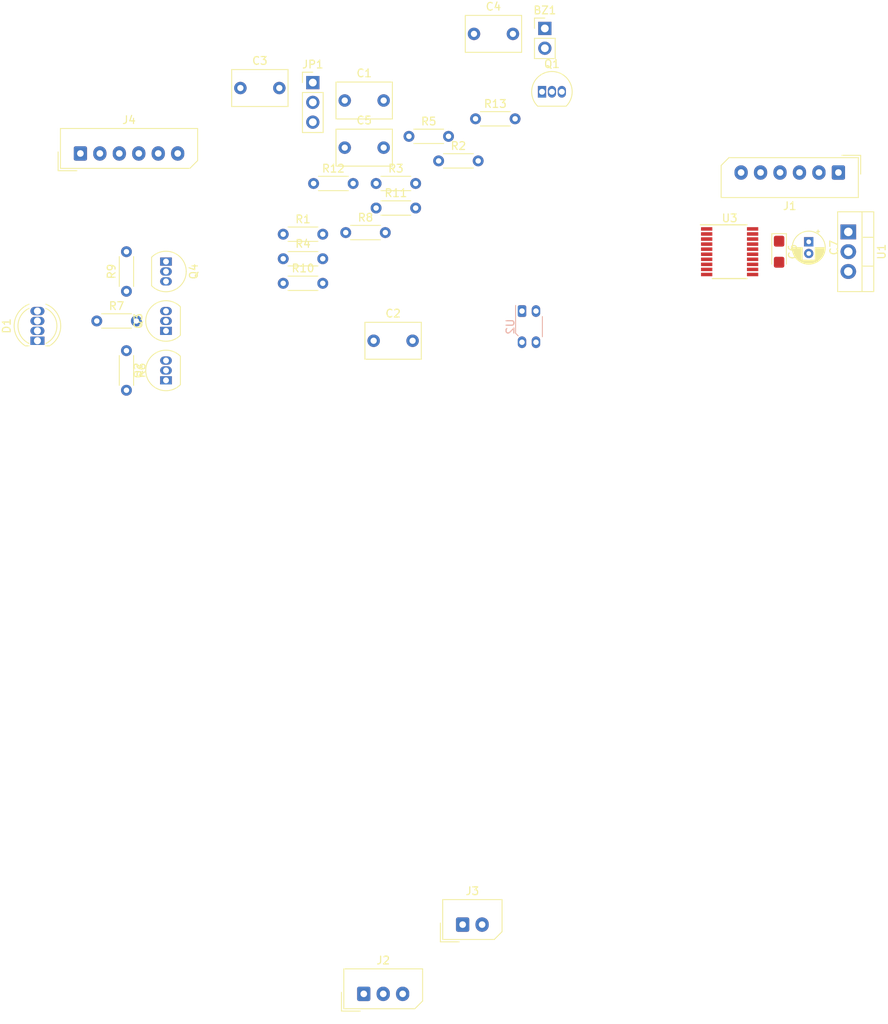
<source format=kicad_pcb>
(kicad_pcb (version 20171130) (host pcbnew 5.1.5+dfsg1-2build2)

  (general
    (thickness 1.6)
    (drawings 0)
    (tracks 0)
    (zones 0)
    (modules 34)
    (nets 33)
  )

  (page A4)
  (layers
    (0 F.Cu signal)
    (31 B.Cu signal)
    (32 B.Adhes user)
    (33 F.Adhes user)
    (34 B.Paste user)
    (35 F.Paste user)
    (36 B.SilkS user)
    (37 F.SilkS user)
    (38 B.Mask user)
    (39 F.Mask user)
    (40 Dwgs.User user)
    (41 Cmts.User user)
    (42 Eco1.User user)
    (43 Eco2.User user)
    (44 Edge.Cuts user)
    (45 Margin user)
    (46 B.CrtYd user)
    (47 F.CrtYd user)
    (48 B.Fab user)
    (49 F.Fab user)
  )

  (setup
    (last_trace_width 0.25)
    (trace_clearance 0.2)
    (zone_clearance 0.508)
    (zone_45_only no)
    (trace_min 0.2)
    (via_size 0.8)
    (via_drill 0.4)
    (via_min_size 0.4)
    (via_min_drill 0.3)
    (uvia_size 0.3)
    (uvia_drill 0.1)
    (uvias_allowed no)
    (uvia_min_size 0.2)
    (uvia_min_drill 0.1)
    (edge_width 0.05)
    (segment_width 0.2)
    (pcb_text_width 0.3)
    (pcb_text_size 1.5 1.5)
    (mod_edge_width 0.12)
    (mod_text_size 1 1)
    (mod_text_width 0.15)
    (pad_size 1.524 1.524)
    (pad_drill 0.762)
    (pad_to_mask_clearance 0.051)
    (solder_mask_min_width 0.25)
    (aux_axis_origin 0 0)
    (visible_elements FFFFFF7F)
    (pcbplotparams
      (layerselection 0x010fc_ffffffff)
      (usegerberextensions false)
      (usegerberattributes false)
      (usegerberadvancedattributes false)
      (creategerberjobfile false)
      (excludeedgelayer true)
      (linewidth 0.100000)
      (plotframeref false)
      (viasonmask false)
      (mode 1)
      (useauxorigin false)
      (hpglpennumber 1)
      (hpglpenspeed 20)
      (hpglpendiameter 15.000000)
      (psnegative false)
      (psa4output false)
      (plotreference true)
      (plotvalue true)
      (plotinvisibletext false)
      (padsonsilk false)
      (subtractmaskfromsilk false)
      (outputformat 1)
      (mirror false)
      (drillshape 1)
      (scaleselection 1)
      (outputdirectory ""))
  )

  (net 0 "")
  (net 1 "Net-(BZ1-Pad2)")
  (net 2 +5V)
  (net 3 GND)
  (net 4 +3V3)
  (net 5 "Net-(C3-Pad1)")
  (net 6 "Net-(C4-Pad1)")
  (net 7 /NRST)
  (net 8 "Net-(D1-Pad3)")
  (net 9 "Net-(D1-Pad2)")
  (net 10 "Net-(D1-Pad1)")
  (net 11 /USB_P)
  (net 12 /USB_M)
  (net 13 /MUTE)
  (net 14 /UI_BUTTON)
  (net 15 /SWDIO)
  (net 16 /SWCLK)
  (net 17 "Net-(JP1-Pad2)")
  (net 18 "Net-(Q1-Pad2)")
  (net 19 "Net-(Q2-Pad3)")
  (net 20 "Net-(Q2-Pad2)")
  (net 21 "Net-(Q3-Pad3)")
  (net 22 "Net-(Q3-Pad2)")
  (net 23 "Net-(Q4-Pad3)")
  (net 24 "Net-(Q4-Pad2)")
  (net 25 /BUZZER)
  (net 26 /LED_R)
  (net 27 /LED_G)
  (net 28 /LED_B)
  (net 29 "Net-(R10-Pad2)")
  (net 30 "Net-(R11-Pad1)")
  (net 31 /SENSOR)
  (net 32 "Net-(R13-Pad1)")

  (net_class Default "This is the default net class."
    (clearance 0.2)
    (trace_width 0.25)
    (via_dia 0.8)
    (via_drill 0.4)
    (uvia_dia 0.3)
    (uvia_drill 0.1)
    (add_net +3V3)
    (add_net +5V)
    (add_net /BUZZER)
    (add_net /LED_B)
    (add_net /LED_G)
    (add_net /LED_R)
    (add_net /MUTE)
    (add_net /NRST)
    (add_net /SENSOR)
    (add_net /SWCLK)
    (add_net /SWDIO)
    (add_net /UI_BUTTON)
    (add_net /USB_M)
    (add_net /USB_P)
    (add_net GND)
    (add_net "Net-(BZ1-Pad2)")
    (add_net "Net-(C3-Pad1)")
    (add_net "Net-(C4-Pad1)")
    (add_net "Net-(D1-Pad1)")
    (add_net "Net-(D1-Pad2)")
    (add_net "Net-(D1-Pad3)")
    (add_net "Net-(J1-Pad4)")
    (add_net "Net-(J1-Pad6)")
    (add_net "Net-(J4-Pad6)")
    (add_net "Net-(JP1-Pad2)")
    (add_net "Net-(Q1-Pad2)")
    (add_net "Net-(Q2-Pad2)")
    (add_net "Net-(Q2-Pad3)")
    (add_net "Net-(Q3-Pad2)")
    (add_net "Net-(Q3-Pad3)")
    (add_net "Net-(Q4-Pad2)")
    (add_net "Net-(Q4-Pad3)")
    (add_net "Net-(R10-Pad2)")
    (add_net "Net-(R11-Pad1)")
    (add_net "Net-(R13-Pad1)")
    (add_net "Net-(U3-Pad14)")
    (add_net "Net-(U3-Pad6)")
  )

  (module Capacitor_Tantalum_SMD:CP_EIA-3216-10_Kemet-I (layer F.Cu) (tedit 5B301BBE) (tstamp 603F9E0B)
    (at 215.9 97.79 270)
    (descr "Tantalum Capacitor SMD Kemet-I (3216-10 Metric), IPC_7351 nominal, (Body size from: http://www.kemet.com/Lists/ProductCatalog/Attachments/253/KEM_TC101_STD.pdf), generated with kicad-footprint-generator")
    (tags "capacitor tantalum")
    (path /6055CD2E)
    (attr smd)
    (fp_text reference C6 (at 0 -1.75 90) (layer F.SilkS)
      (effects (font (size 1 1) (thickness 0.15)))
    )
    (fp_text value 100nF (at 0 1.75 90) (layer F.Fab)
      (effects (font (size 1 1) (thickness 0.15)))
    )
    (fp_text user %R (at 0 0 90) (layer F.Fab)
      (effects (font (size 0.8 0.8) (thickness 0.12)))
    )
    (fp_line (start 2.3 1.05) (end -2.3 1.05) (layer F.CrtYd) (width 0.05))
    (fp_line (start 2.3 -1.05) (end 2.3 1.05) (layer F.CrtYd) (width 0.05))
    (fp_line (start -2.3 -1.05) (end 2.3 -1.05) (layer F.CrtYd) (width 0.05))
    (fp_line (start -2.3 1.05) (end -2.3 -1.05) (layer F.CrtYd) (width 0.05))
    (fp_line (start -2.31 0.935) (end 1.6 0.935) (layer F.SilkS) (width 0.12))
    (fp_line (start -2.31 -0.935) (end -2.31 0.935) (layer F.SilkS) (width 0.12))
    (fp_line (start 1.6 -0.935) (end -2.31 -0.935) (layer F.SilkS) (width 0.12))
    (fp_line (start 1.6 0.8) (end 1.6 -0.8) (layer F.Fab) (width 0.1))
    (fp_line (start -1.6 0.8) (end 1.6 0.8) (layer F.Fab) (width 0.1))
    (fp_line (start -1.6 -0.4) (end -1.6 0.8) (layer F.Fab) (width 0.1))
    (fp_line (start -1.2 -0.8) (end -1.6 -0.4) (layer F.Fab) (width 0.1))
    (fp_line (start 1.6 -0.8) (end -1.2 -0.8) (layer F.Fab) (width 0.1))
    (pad 2 smd roundrect (at 1.35 0 270) (size 1.4 1.35) (layers F.Cu F.Paste F.Mask) (roundrect_rratio 0.185185)
      (net 3 GND))
    (pad 1 smd roundrect (at -1.35 0 270) (size 1.4 1.35) (layers F.Cu F.Paste F.Mask) (roundrect_rratio 0.185185)
      (net 4 +3V3))
    (model ${KISYS3DMOD}/Capacitor_Tantalum_SMD.3dshapes/CP_EIA-3216-10_Kemet-I.wrl
      (at (xyz 0 0 0))
      (scale (xyz 1 1 1))
      (rotate (xyz 0 0 0))
    )
  )

  (module Package_SO:TSSOP-20_4.4x6.5mm_P0.65mm (layer F.Cu) (tedit 5A02F25C) (tstamp 603ECC56)
    (at 209.55 97.79)
    (descr "20-Lead Plastic Thin Shrink Small Outline (ST)-4.4 mm Body [TSSOP] (see Microchip Packaging Specification 00000049BS.pdf)")
    (tags "SSOP 0.65")
    (path /603DE65E)
    (attr smd)
    (fp_text reference U3 (at 0 -4.3) (layer F.SilkS)
      (effects (font (size 1 1) (thickness 0.15)))
    )
    (fp_text value STM32F042F4Px (at 0 4.3) (layer F.Fab)
      (effects (font (size 1 1) (thickness 0.15)))
    )
    (fp_text user %R (at 0 0) (layer F.Fab)
      (effects (font (size 0.8 0.8) (thickness 0.15)))
    )
    (fp_line (start -3.75 -3.45) (end 2.225 -3.45) (layer F.SilkS) (width 0.15))
    (fp_line (start -2.225 3.45) (end 2.225 3.45) (layer F.SilkS) (width 0.15))
    (fp_line (start -3.95 3.55) (end 3.95 3.55) (layer F.CrtYd) (width 0.05))
    (fp_line (start -3.95 -3.55) (end 3.95 -3.55) (layer F.CrtYd) (width 0.05))
    (fp_line (start 3.95 -3.55) (end 3.95 3.55) (layer F.CrtYd) (width 0.05))
    (fp_line (start -3.95 -3.55) (end -3.95 3.55) (layer F.CrtYd) (width 0.05))
    (fp_line (start -2.2 -2.25) (end -1.2 -3.25) (layer F.Fab) (width 0.15))
    (fp_line (start -2.2 3.25) (end -2.2 -2.25) (layer F.Fab) (width 0.15))
    (fp_line (start 2.2 3.25) (end -2.2 3.25) (layer F.Fab) (width 0.15))
    (fp_line (start 2.2 -3.25) (end 2.2 3.25) (layer F.Fab) (width 0.15))
    (fp_line (start -1.2 -3.25) (end 2.2 -3.25) (layer F.Fab) (width 0.15))
    (pad 20 smd rect (at 2.95 -2.925) (size 1.45 0.45) (layers F.Cu F.Paste F.Mask)
      (net 16 /SWCLK))
    (pad 19 smd rect (at 2.95 -2.275) (size 1.45 0.45) (layers F.Cu F.Paste F.Mask)
      (net 15 /SWDIO))
    (pad 18 smd rect (at 2.95 -1.625) (size 1.45 0.45) (layers F.Cu F.Paste F.Mask)
      (net 11 /USB_P))
    (pad 17 smd rect (at 2.95 -0.975) (size 1.45 0.45) (layers F.Cu F.Paste F.Mask)
      (net 12 /USB_M))
    (pad 16 smd rect (at 2.95 -0.325) (size 1.45 0.45) (layers F.Cu F.Paste F.Mask)
      (net 4 +3V3))
    (pad 15 smd rect (at 2.95 0.325) (size 1.45 0.45) (layers F.Cu F.Paste F.Mask)
      (net 3 GND))
    (pad 14 smd rect (at 2.95 0.975) (size 1.45 0.45) (layers F.Cu F.Paste F.Mask))
    (pad 13 smd rect (at 2.95 1.625) (size 1.45 0.45) (layers F.Cu F.Paste F.Mask)
      (net 31 /SENSOR))
    (pad 12 smd rect (at 2.95 2.275) (size 1.45 0.45) (layers F.Cu F.Paste F.Mask)
      (net 25 /BUZZER))
    (pad 11 smd rect (at 2.95 2.925) (size 1.45 0.45) (layers F.Cu F.Paste F.Mask)
      (net 13 /MUTE))
    (pad 10 smd rect (at -2.95 2.925) (size 1.45 0.45) (layers F.Cu F.Paste F.Mask)
      (net 14 /UI_BUTTON))
    (pad 9 smd rect (at -2.95 2.275) (size 1.45 0.45) (layers F.Cu F.Paste F.Mask)
      (net 28 /LED_B))
    (pad 8 smd rect (at -2.95 1.625) (size 1.45 0.45) (layers F.Cu F.Paste F.Mask)
      (net 27 /LED_G))
    (pad 7 smd rect (at -2.95 0.975) (size 1.45 0.45) (layers F.Cu F.Paste F.Mask)
      (net 26 /LED_R))
    (pad 6 smd rect (at -2.95 0.325) (size 1.45 0.45) (layers F.Cu F.Paste F.Mask))
    (pad 5 smd rect (at -2.95 -0.325) (size 1.45 0.45) (layers F.Cu F.Paste F.Mask)
      (net 4 +3V3))
    (pad 4 smd rect (at -2.95 -0.975) (size 1.45 0.45) (layers F.Cu F.Paste F.Mask)
      (net 7 /NRST))
    (pad 3 smd rect (at -2.95 -1.625) (size 1.45 0.45) (layers F.Cu F.Paste F.Mask)
      (net 30 "Net-(R11-Pad1)"))
    (pad 2 smd rect (at -2.95 -2.275) (size 1.45 0.45) (layers F.Cu F.Paste F.Mask)
      (net 5 "Net-(C3-Pad1)"))
    (pad 1 smd rect (at -2.95 -2.925) (size 1.45 0.45) (layers F.Cu F.Paste F.Mask)
      (net 32 "Net-(R13-Pad1)"))
    (model ${KISYS3DMOD}/Package_SO.3dshapes/TSSOP-20_4.4x6.5mm_P0.65mm.wrl
      (at (xyz 0 0 0))
      (scale (xyz 1 1 1))
      (rotate (xyz 0 0 0))
    )
  )

  (module OptoDevice:Everlight_ITR8307F43 (layer B.Cu) (tedit 5B88730A) (tstamp 603ECCB3)
    (at 182.88 105.41)
    (descr "package for Everlight ITR8307/F43, see https://everlighteurope.com/index.php?controller=attachment&id_attachment=5385")
    (tags "refective opto couple photo coupler")
    (path /608AB03C)
    (fp_text reference U2 (at -1.5 2 -90) (layer B.SilkS)
      (effects (font (size 1 1) (thickness 0.15)) (justify mirror))
    )
    (fp_text value QRD1113GR (at 0.8 -1.5) (layer B.Fab)
      (effects (font (size 1 1) (thickness 0.15)) (justify mirror))
    )
    (fp_line (start -0.7 0.7) (end -0.5 0.7) (layer B.Fab) (width 0.1))
    (fp_line (start 0 1.2) (end -0.5 0.7) (layer B.Fab) (width 0.1))
    (fp_line (start 0 1.2) (end 0.5 0.7) (layer B.Fab) (width 0.1))
    (fp_line (start -0.49 3.18) (end -0.82 2.85) (layer B.SilkS) (width 0.12))
    (fp_line (start 2.75 -1) (end -0.95 -1) (layer B.CrtYd) (width 0.05))
    (fp_line (start 2.75 -1) (end 2.75 5) (layer B.CrtYd) (width 0.05))
    (fp_line (start -0.95 5) (end -0.95 -1) (layer B.CrtYd) (width 0.05))
    (fp_line (start -0.95 5) (end 2.75 5) (layer B.CrtYd) (width 0.05))
    (fp_line (start 2.5 3.3) (end 2.5 0.7) (layer B.Fab) (width 0.1))
    (fp_line (start 2.5 0.7) (end 0.5 0.7) (layer B.Fab) (width 0.1))
    (fp_line (start -0.7 0.7) (end -0.7 2.8) (layer B.Fab) (width 0.1))
    (fp_line (start -0.2 3.3) (end 2.5 3.3) (layer B.Fab) (width 0.1))
    (fp_line (start -0.7 2.8) (end -0.2 3.3) (layer B.Fab) (width 0.1))
    (fp_line (start -0.82 2.85) (end -0.82 -0.73) (layer B.SilkS) (width 0.12))
    (fp_line (start 2.62 0.7) (end 2.62 3.3) (layer B.SilkS) (width 0.12))
    (fp_text user %R (at 0.9 1.8) (layer B.Fab)
      (effects (font (size 0.75 0.75) (thickness 0.11)) (justify mirror))
    )
    (pad 4 thru_hole oval (at 1.8 4) (size 1.1 1.5) (drill 0.7) (layers *.Cu *.Mask)
      (net 3 GND))
    (pad 2 thru_hole oval (at 0 4) (size 1.1 1.5) (drill 0.7) (layers *.Cu *.Mask)
      (net 3 GND))
    (pad 1 thru_hole roundrect (at 0 0) (size 1.1 1.5) (drill 0.7) (layers *.Cu *.Mask) (roundrect_rratio 0.227)
      (net 31 /SENSOR))
    (pad 3 thru_hole oval (at 1.8 0) (size 1.1 1.5) (drill 0.7) (layers *.Cu *.Mask)
      (net 29 "Net-(R10-Pad2)"))
    (model ${KISYS3DMOD}/OptoDevice.3dshapes/Everlight_ITR8307F43.wrl
      (at (xyz 0 0 0))
      (scale (xyz 1 1 1))
      (rotate (xyz 0 0 0))
    )
  )

  (module Package_TO_SOT_THT:TO-220-3_Vertical (layer F.Cu) (tedit 5AC8BA0D) (tstamp 603ECCFA)
    (at 224.79 95.25 270)
    (descr "TO-220-3, Vertical, RM 2.54mm, see https://www.vishay.com/docs/66542/to-220-1.pdf")
    (tags "TO-220-3 Vertical RM 2.54mm")
    (path /603E6E60)
    (fp_text reference U1 (at 2.54 -4.27 90) (layer F.SilkS)
      (effects (font (size 1 1) (thickness 0.15)))
    )
    (fp_text value LM1117-3.3 (at 2.54 2.5 90) (layer F.Fab)
      (effects (font (size 1 1) (thickness 0.15)))
    )
    (fp_text user %R (at 2.54 -4.27 90) (layer F.Fab)
      (effects (font (size 1 1) (thickness 0.15)))
    )
    (fp_line (start 7.79 -3.4) (end -2.71 -3.4) (layer F.CrtYd) (width 0.05))
    (fp_line (start 7.79 1.51) (end 7.79 -3.4) (layer F.CrtYd) (width 0.05))
    (fp_line (start -2.71 1.51) (end 7.79 1.51) (layer F.CrtYd) (width 0.05))
    (fp_line (start -2.71 -3.4) (end -2.71 1.51) (layer F.CrtYd) (width 0.05))
    (fp_line (start 4.391 -3.27) (end 4.391 -1.76) (layer F.SilkS) (width 0.12))
    (fp_line (start 0.69 -3.27) (end 0.69 -1.76) (layer F.SilkS) (width 0.12))
    (fp_line (start -2.58 -1.76) (end 7.66 -1.76) (layer F.SilkS) (width 0.12))
    (fp_line (start 7.66 -3.27) (end 7.66 1.371) (layer F.SilkS) (width 0.12))
    (fp_line (start -2.58 -3.27) (end -2.58 1.371) (layer F.SilkS) (width 0.12))
    (fp_line (start -2.58 1.371) (end 7.66 1.371) (layer F.SilkS) (width 0.12))
    (fp_line (start -2.58 -3.27) (end 7.66 -3.27) (layer F.SilkS) (width 0.12))
    (fp_line (start 4.39 -3.15) (end 4.39 -1.88) (layer F.Fab) (width 0.1))
    (fp_line (start 0.69 -3.15) (end 0.69 -1.88) (layer F.Fab) (width 0.1))
    (fp_line (start -2.46 -1.88) (end 7.54 -1.88) (layer F.Fab) (width 0.1))
    (fp_line (start 7.54 -3.15) (end -2.46 -3.15) (layer F.Fab) (width 0.1))
    (fp_line (start 7.54 1.25) (end 7.54 -3.15) (layer F.Fab) (width 0.1))
    (fp_line (start -2.46 1.25) (end 7.54 1.25) (layer F.Fab) (width 0.1))
    (fp_line (start -2.46 -3.15) (end -2.46 1.25) (layer F.Fab) (width 0.1))
    (pad 3 thru_hole oval (at 5.08 0 270) (size 1.905 2) (drill 1.1) (layers *.Cu *.Mask)
      (net 2 +5V))
    (pad 2 thru_hole oval (at 2.54 0 270) (size 1.905 2) (drill 1.1) (layers *.Cu *.Mask)
      (net 4 +3V3))
    (pad 1 thru_hole rect (at 0 0 270) (size 1.905 2) (drill 1.1) (layers *.Cu *.Mask)
      (net 3 GND))
    (model ${KISYS3DMOD}/Package_TO_SOT_THT.3dshapes/TO-220-3_Vertical.wrl
      (at (xyz 0 0 0))
      (scale (xyz 1 1 1))
      (rotate (xyz 0 0 0))
    )
  )

  (module Resistor_THT:R_Axial_DIN0204_L3.6mm_D1.6mm_P5.08mm_Horizontal (layer F.Cu) (tedit 5AE5139B) (tstamp 603ED125)
    (at 176.915001 80.735001)
    (descr "Resistor, Axial_DIN0204 series, Axial, Horizontal, pin pitch=5.08mm, 0.167W, length*diameter=3.6*1.6mm^2, http://cdn-reichelt.de/documents/datenblatt/B400/1_4W%23YAG.pdf")
    (tags "Resistor Axial_DIN0204 series Axial Horizontal pin pitch 5.08mm 0.167W length 3.6mm diameter 1.6mm")
    (path /605A7A07)
    (fp_text reference R13 (at 2.54 -1.92) (layer F.SilkS)
      (effects (font (size 1 1) (thickness 0.15)))
    )
    (fp_text value 10k (at 2.54 1.92) (layer F.Fab)
      (effects (font (size 1 1) (thickness 0.15)))
    )
    (fp_text user %R (at 2.54 0) (layer F.Fab)
      (effects (font (size 0.72 0.72) (thickness 0.108)))
    )
    (fp_line (start 6.03 -1.05) (end -0.95 -1.05) (layer F.CrtYd) (width 0.05))
    (fp_line (start 6.03 1.05) (end 6.03 -1.05) (layer F.CrtYd) (width 0.05))
    (fp_line (start -0.95 1.05) (end 6.03 1.05) (layer F.CrtYd) (width 0.05))
    (fp_line (start -0.95 -1.05) (end -0.95 1.05) (layer F.CrtYd) (width 0.05))
    (fp_line (start 0.62 0.92) (end 4.46 0.92) (layer F.SilkS) (width 0.12))
    (fp_line (start 0.62 -0.92) (end 4.46 -0.92) (layer F.SilkS) (width 0.12))
    (fp_line (start 5.08 0) (end 4.34 0) (layer F.Fab) (width 0.1))
    (fp_line (start 0 0) (end 0.74 0) (layer F.Fab) (width 0.1))
    (fp_line (start 4.34 -0.8) (end 0.74 -0.8) (layer F.Fab) (width 0.1))
    (fp_line (start 4.34 0.8) (end 4.34 -0.8) (layer F.Fab) (width 0.1))
    (fp_line (start 0.74 0.8) (end 4.34 0.8) (layer F.Fab) (width 0.1))
    (fp_line (start 0.74 -0.8) (end 0.74 0.8) (layer F.Fab) (width 0.1))
    (pad 2 thru_hole oval (at 5.08 0) (size 1.4 1.4) (drill 0.7) (layers *.Cu *.Mask)
      (net 17 "Net-(JP1-Pad2)"))
    (pad 1 thru_hole circle (at 0 0) (size 1.4 1.4) (drill 0.7) (layers *.Cu *.Mask)
      (net 32 "Net-(R13-Pad1)"))
    (model ${KISYS3DMOD}/Resistor_THT.3dshapes/R_Axial_DIN0204_L3.6mm_D1.6mm_P5.08mm_Horizontal.wrl
      (at (xyz 0 0 0))
      (scale (xyz 1 1 1))
      (rotate (xyz 0 0 0))
    )
  )

  (module Resistor_THT:R_Axial_DIN0204_L3.6mm_D1.6mm_P5.08mm_Horizontal (layer F.Cu) (tedit 5AE5139B) (tstamp 603ECD98)
    (at 156.115001 89.035001)
    (descr "Resistor, Axial_DIN0204 series, Axial, Horizontal, pin pitch=5.08mm, 0.167W, length*diameter=3.6*1.6mm^2, http://cdn-reichelt.de/documents/datenblatt/B400/1_4W%23YAG.pdf")
    (tags "Resistor Axial_DIN0204 series Axial Horizontal pin pitch 5.08mm 0.167W length 3.6mm diameter 1.6mm")
    (path /608AFF8E)
    (fp_text reference R12 (at 2.54 -1.92) (layer F.SilkS)
      (effects (font (size 1 1) (thickness 0.15)))
    )
    (fp_text value 10k (at 2.54 1.92) (layer F.Fab)
      (effects (font (size 1 1) (thickness 0.15)))
    )
    (fp_text user %R (at 2.54 0) (layer F.Fab)
      (effects (font (size 0.72 0.72) (thickness 0.108)))
    )
    (fp_line (start 6.03 -1.05) (end -0.95 -1.05) (layer F.CrtYd) (width 0.05))
    (fp_line (start 6.03 1.05) (end 6.03 -1.05) (layer F.CrtYd) (width 0.05))
    (fp_line (start -0.95 1.05) (end 6.03 1.05) (layer F.CrtYd) (width 0.05))
    (fp_line (start -0.95 -1.05) (end -0.95 1.05) (layer F.CrtYd) (width 0.05))
    (fp_line (start 0.62 0.92) (end 4.46 0.92) (layer F.SilkS) (width 0.12))
    (fp_line (start 0.62 -0.92) (end 4.46 -0.92) (layer F.SilkS) (width 0.12))
    (fp_line (start 5.08 0) (end 4.34 0) (layer F.Fab) (width 0.1))
    (fp_line (start 0 0) (end 0.74 0) (layer F.Fab) (width 0.1))
    (fp_line (start 4.34 -0.8) (end 0.74 -0.8) (layer F.Fab) (width 0.1))
    (fp_line (start 4.34 0.8) (end 4.34 -0.8) (layer F.Fab) (width 0.1))
    (fp_line (start 0.74 0.8) (end 4.34 0.8) (layer F.Fab) (width 0.1))
    (fp_line (start 0.74 -0.8) (end 0.74 0.8) (layer F.Fab) (width 0.1))
    (pad 2 thru_hole oval (at 5.08 0) (size 1.4 1.4) (drill 0.7) (layers *.Cu *.Mask)
      (net 31 /SENSOR))
    (pad 1 thru_hole circle (at 0 0) (size 1.4 1.4) (drill 0.7) (layers *.Cu *.Mask)
      (net 4 +3V3))
    (model ${KISYS3DMOD}/Resistor_THT.3dshapes/R_Axial_DIN0204_L3.6mm_D1.6mm_P5.08mm_Horizontal.wrl
      (at (xyz 0 0 0))
      (scale (xyz 1 1 1))
      (rotate (xyz 0 0 0))
    )
  )

  (module Resistor_THT:R_Axial_DIN0204_L3.6mm_D1.6mm_P5.08mm_Horizontal (layer F.Cu) (tedit 5AE5139B) (tstamp 603ECDCE)
    (at 164.145001 92.185001)
    (descr "Resistor, Axial_DIN0204 series, Axial, Horizontal, pin pitch=5.08mm, 0.167W, length*diameter=3.6*1.6mm^2, http://cdn-reichelt.de/documents/datenblatt/B400/1_4W%23YAG.pdf")
    (tags "Resistor Axial_DIN0204 series Axial Horizontal pin pitch 5.08mm 0.167W length 3.6mm diameter 1.6mm")
    (path /6058A97D)
    (fp_text reference R11 (at 2.54 -1.92) (layer F.SilkS)
      (effects (font (size 1 1) (thickness 0.15)))
    )
    (fp_text value 390 (at 2.54 1.92) (layer F.Fab)
      (effects (font (size 1 1) (thickness 0.15)))
    )
    (fp_text user %R (at 2.54 0) (layer F.Fab)
      (effects (font (size 0.72 0.72) (thickness 0.108)))
    )
    (fp_line (start 6.03 -1.05) (end -0.95 -1.05) (layer F.CrtYd) (width 0.05))
    (fp_line (start 6.03 1.05) (end 6.03 -1.05) (layer F.CrtYd) (width 0.05))
    (fp_line (start -0.95 1.05) (end 6.03 1.05) (layer F.CrtYd) (width 0.05))
    (fp_line (start -0.95 -1.05) (end -0.95 1.05) (layer F.CrtYd) (width 0.05))
    (fp_line (start 0.62 0.92) (end 4.46 0.92) (layer F.SilkS) (width 0.12))
    (fp_line (start 0.62 -0.92) (end 4.46 -0.92) (layer F.SilkS) (width 0.12))
    (fp_line (start 5.08 0) (end 4.34 0) (layer F.Fab) (width 0.1))
    (fp_line (start 0 0) (end 0.74 0) (layer F.Fab) (width 0.1))
    (fp_line (start 4.34 -0.8) (end 0.74 -0.8) (layer F.Fab) (width 0.1))
    (fp_line (start 4.34 0.8) (end 4.34 -0.8) (layer F.Fab) (width 0.1))
    (fp_line (start 0.74 0.8) (end 4.34 0.8) (layer F.Fab) (width 0.1))
    (fp_line (start 0.74 -0.8) (end 0.74 0.8) (layer F.Fab) (width 0.1))
    (pad 2 thru_hole oval (at 5.08 0) (size 1.4 1.4) (drill 0.7) (layers *.Cu *.Mask)
      (net 6 "Net-(C4-Pad1)"))
    (pad 1 thru_hole circle (at 0 0) (size 1.4 1.4) (drill 0.7) (layers *.Cu *.Mask)
      (net 30 "Net-(R11-Pad1)"))
    (model ${KISYS3DMOD}/Resistor_THT.3dshapes/R_Axial_DIN0204_L3.6mm_D1.6mm_P5.08mm_Horizontal.wrl
      (at (xyz 0 0 0))
      (scale (xyz 1 1 1))
      (rotate (xyz 0 0 0))
    )
  )

  (module Resistor_THT:R_Axial_DIN0204_L3.6mm_D1.6mm_P5.08mm_Horizontal (layer F.Cu) (tedit 5AE5139B) (tstamp 603ECE04)
    (at 152.215001 101.845001)
    (descr "Resistor, Axial_DIN0204 series, Axial, Horizontal, pin pitch=5.08mm, 0.167W, length*diameter=3.6*1.6mm^2, http://cdn-reichelt.de/documents/datenblatt/B400/1_4W%23YAG.pdf")
    (tags "Resistor Axial_DIN0204 series Axial Horizontal pin pitch 5.08mm 0.167W length 3.6mm diameter 1.6mm")
    (path /608B6F76)
    (fp_text reference R10 (at 2.54 -1.92) (layer F.SilkS)
      (effects (font (size 1 1) (thickness 0.15)))
    )
    (fp_text value 180 (at 2.54 1.92) (layer F.Fab)
      (effects (font (size 1 1) (thickness 0.15)))
    )
    (fp_text user %R (at 2.54 0) (layer F.Fab)
      (effects (font (size 0.72 0.72) (thickness 0.108)))
    )
    (fp_line (start 6.03 -1.05) (end -0.95 -1.05) (layer F.CrtYd) (width 0.05))
    (fp_line (start 6.03 1.05) (end 6.03 -1.05) (layer F.CrtYd) (width 0.05))
    (fp_line (start -0.95 1.05) (end 6.03 1.05) (layer F.CrtYd) (width 0.05))
    (fp_line (start -0.95 -1.05) (end -0.95 1.05) (layer F.CrtYd) (width 0.05))
    (fp_line (start 0.62 0.92) (end 4.46 0.92) (layer F.SilkS) (width 0.12))
    (fp_line (start 0.62 -0.92) (end 4.46 -0.92) (layer F.SilkS) (width 0.12))
    (fp_line (start 5.08 0) (end 4.34 0) (layer F.Fab) (width 0.1))
    (fp_line (start 0 0) (end 0.74 0) (layer F.Fab) (width 0.1))
    (fp_line (start 4.34 -0.8) (end 0.74 -0.8) (layer F.Fab) (width 0.1))
    (fp_line (start 4.34 0.8) (end 4.34 -0.8) (layer F.Fab) (width 0.1))
    (fp_line (start 0.74 0.8) (end 4.34 0.8) (layer F.Fab) (width 0.1))
    (fp_line (start 0.74 -0.8) (end 0.74 0.8) (layer F.Fab) (width 0.1))
    (pad 2 thru_hole oval (at 5.08 0) (size 1.4 1.4) (drill 0.7) (layers *.Cu *.Mask)
      (net 29 "Net-(R10-Pad2)"))
    (pad 1 thru_hole circle (at 0 0) (size 1.4 1.4) (drill 0.7) (layers *.Cu *.Mask)
      (net 2 +5V))
    (model ${KISYS3DMOD}/Resistor_THT.3dshapes/R_Axial_DIN0204_L3.6mm_D1.6mm_P5.08mm_Horizontal.wrl
      (at (xyz 0 0 0))
      (scale (xyz 1 1 1))
      (rotate (xyz 0 0 0))
    )
  )

  (module Resistor_THT:R_Axial_DIN0204_L3.6mm_D1.6mm_P5.08mm_Horizontal (layer F.Cu) (tedit 5AE5139B) (tstamp 603ECE3A)
    (at 132.08 102.87 90)
    (descr "Resistor, Axial_DIN0204 series, Axial, Horizontal, pin pitch=5.08mm, 0.167W, length*diameter=3.6*1.6mm^2, http://cdn-reichelt.de/documents/datenblatt/B400/1_4W%23YAG.pdf")
    (tags "Resistor Axial_DIN0204 series Axial Horizontal pin pitch 5.08mm 0.167W length 3.6mm diameter 1.6mm")
    (path /6040F86E)
    (fp_text reference R9 (at 2.54 -1.92 90) (layer F.SilkS)
      (effects (font (size 1 1) (thickness 0.15)))
    )
    (fp_text value 91 (at 2.54 1.92 90) (layer F.Fab)
      (effects (font (size 1 1) (thickness 0.15)))
    )
    (fp_text user %R (at 2.54 0 90) (layer F.Fab)
      (effects (font (size 0.72 0.72) (thickness 0.108)))
    )
    (fp_line (start 6.03 -1.05) (end -0.95 -1.05) (layer F.CrtYd) (width 0.05))
    (fp_line (start 6.03 1.05) (end 6.03 -1.05) (layer F.CrtYd) (width 0.05))
    (fp_line (start -0.95 1.05) (end 6.03 1.05) (layer F.CrtYd) (width 0.05))
    (fp_line (start -0.95 -1.05) (end -0.95 1.05) (layer F.CrtYd) (width 0.05))
    (fp_line (start 0.62 0.92) (end 4.46 0.92) (layer F.SilkS) (width 0.12))
    (fp_line (start 0.62 -0.92) (end 4.46 -0.92) (layer F.SilkS) (width 0.12))
    (fp_line (start 5.08 0) (end 4.34 0) (layer F.Fab) (width 0.1))
    (fp_line (start 0 0) (end 0.74 0) (layer F.Fab) (width 0.1))
    (fp_line (start 4.34 -0.8) (end 0.74 -0.8) (layer F.Fab) (width 0.1))
    (fp_line (start 4.34 0.8) (end 4.34 -0.8) (layer F.Fab) (width 0.1))
    (fp_line (start 0.74 0.8) (end 4.34 0.8) (layer F.Fab) (width 0.1))
    (fp_line (start 0.74 -0.8) (end 0.74 0.8) (layer F.Fab) (width 0.1))
    (pad 2 thru_hole oval (at 5.08 0 90) (size 1.4 1.4) (drill 0.7) (layers *.Cu *.Mask)
      (net 23 "Net-(Q4-Pad3)"))
    (pad 1 thru_hole circle (at 0 0 90) (size 1.4 1.4) (drill 0.7) (layers *.Cu *.Mask)
      (net 8 "Net-(D1-Pad3)"))
    (model ${KISYS3DMOD}/Resistor_THT.3dshapes/R_Axial_DIN0204_L3.6mm_D1.6mm_P5.08mm_Horizontal.wrl
      (at (xyz 0 0 0))
      (scale (xyz 1 1 1))
      (rotate (xyz 0 0 0))
    )
  )

  (module Resistor_THT:R_Axial_DIN0204_L3.6mm_D1.6mm_P5.08mm_Horizontal (layer F.Cu) (tedit 5AE5139B) (tstamp 603ECE70)
    (at 160.245001 95.335001)
    (descr "Resistor, Axial_DIN0204 series, Axial, Horizontal, pin pitch=5.08mm, 0.167W, length*diameter=3.6*1.6mm^2, http://cdn-reichelt.de/documents/datenblatt/B400/1_4W%23YAG.pdf")
    (tags "Resistor Axial_DIN0204 series Axial Horizontal pin pitch 5.08mm 0.167W length 3.6mm diameter 1.6mm")
    (path /607FA998)
    (fp_text reference R8 (at 2.54 -1.92) (layer F.SilkS)
      (effects (font (size 1 1) (thickness 0.15)))
    )
    (fp_text value 10k (at 2.54 1.92) (layer F.Fab)
      (effects (font (size 1 1) (thickness 0.15)))
    )
    (fp_text user %R (at 2.54 0) (layer F.Fab)
      (effects (font (size 0.72 0.72) (thickness 0.108)))
    )
    (fp_line (start 6.03 -1.05) (end -0.95 -1.05) (layer F.CrtYd) (width 0.05))
    (fp_line (start 6.03 1.05) (end 6.03 -1.05) (layer F.CrtYd) (width 0.05))
    (fp_line (start -0.95 1.05) (end 6.03 1.05) (layer F.CrtYd) (width 0.05))
    (fp_line (start -0.95 -1.05) (end -0.95 1.05) (layer F.CrtYd) (width 0.05))
    (fp_line (start 0.62 0.92) (end 4.46 0.92) (layer F.SilkS) (width 0.12))
    (fp_line (start 0.62 -0.92) (end 4.46 -0.92) (layer F.SilkS) (width 0.12))
    (fp_line (start 5.08 0) (end 4.34 0) (layer F.Fab) (width 0.1))
    (fp_line (start 0 0) (end 0.74 0) (layer F.Fab) (width 0.1))
    (fp_line (start 4.34 -0.8) (end 0.74 -0.8) (layer F.Fab) (width 0.1))
    (fp_line (start 4.34 0.8) (end 4.34 -0.8) (layer F.Fab) (width 0.1))
    (fp_line (start 0.74 0.8) (end 4.34 0.8) (layer F.Fab) (width 0.1))
    (fp_line (start 0.74 -0.8) (end 0.74 0.8) (layer F.Fab) (width 0.1))
    (pad 2 thru_hole oval (at 5.08 0) (size 1.4 1.4) (drill 0.7) (layers *.Cu *.Mask)
      (net 3 GND))
    (pad 1 thru_hole circle (at 0 0) (size 1.4 1.4) (drill 0.7) (layers *.Cu *.Mask)
      (net 14 /UI_BUTTON))
    (model ${KISYS3DMOD}/Resistor_THT.3dshapes/R_Axial_DIN0204_L3.6mm_D1.6mm_P5.08mm_Horizontal.wrl
      (at (xyz 0 0 0))
      (scale (xyz 1 1 1))
      (rotate (xyz 0 0 0))
    )
  )

  (module Resistor_THT:R_Axial_DIN0204_L3.6mm_D1.6mm_P5.08mm_Horizontal (layer F.Cu) (tedit 5AE5139B) (tstamp 603ECEA6)
    (at 128.27 106.68)
    (descr "Resistor, Axial_DIN0204 series, Axial, Horizontal, pin pitch=5.08mm, 0.167W, length*diameter=3.6*1.6mm^2, http://cdn-reichelt.de/documents/datenblatt/B400/1_4W%23YAG.pdf")
    (tags "Resistor Axial_DIN0204 series Axial Horizontal pin pitch 5.08mm 0.167W length 3.6mm diameter 1.6mm")
    (path /6040EE5B)
    (fp_text reference R7 (at 2.54 -1.92) (layer F.SilkS)
      (effects (font (size 1 1) (thickness 0.15)))
    )
    (fp_text value 91 (at 2.54 1.92) (layer F.Fab)
      (effects (font (size 1 1) (thickness 0.15)))
    )
    (fp_text user %R (at 2.54 0) (layer F.Fab)
      (effects (font (size 0.72 0.72) (thickness 0.108)))
    )
    (fp_line (start 6.03 -1.05) (end -0.95 -1.05) (layer F.CrtYd) (width 0.05))
    (fp_line (start 6.03 1.05) (end 6.03 -1.05) (layer F.CrtYd) (width 0.05))
    (fp_line (start -0.95 1.05) (end 6.03 1.05) (layer F.CrtYd) (width 0.05))
    (fp_line (start -0.95 -1.05) (end -0.95 1.05) (layer F.CrtYd) (width 0.05))
    (fp_line (start 0.62 0.92) (end 4.46 0.92) (layer F.SilkS) (width 0.12))
    (fp_line (start 0.62 -0.92) (end 4.46 -0.92) (layer F.SilkS) (width 0.12))
    (fp_line (start 5.08 0) (end 4.34 0) (layer F.Fab) (width 0.1))
    (fp_line (start 0 0) (end 0.74 0) (layer F.Fab) (width 0.1))
    (fp_line (start 4.34 -0.8) (end 0.74 -0.8) (layer F.Fab) (width 0.1))
    (fp_line (start 4.34 0.8) (end 4.34 -0.8) (layer F.Fab) (width 0.1))
    (fp_line (start 0.74 0.8) (end 4.34 0.8) (layer F.Fab) (width 0.1))
    (fp_line (start 0.74 -0.8) (end 0.74 0.8) (layer F.Fab) (width 0.1))
    (pad 2 thru_hole oval (at 5.08 0) (size 1.4 1.4) (drill 0.7) (layers *.Cu *.Mask)
      (net 21 "Net-(Q3-Pad3)"))
    (pad 1 thru_hole circle (at 0 0) (size 1.4 1.4) (drill 0.7) (layers *.Cu *.Mask)
      (net 9 "Net-(D1-Pad2)"))
    (model ${KISYS3DMOD}/Resistor_THT.3dshapes/R_Axial_DIN0204_L3.6mm_D1.6mm_P5.08mm_Horizontal.wrl
      (at (xyz 0 0 0))
      (scale (xyz 1 1 1))
      (rotate (xyz 0 0 0))
    )
  )

  (module Resistor_THT:R_Axial_DIN0204_L3.6mm_D1.6mm_P5.08mm_Horizontal (layer F.Cu) (tedit 5AE5139B) (tstamp 603FB729)
    (at 132.08 110.49 270)
    (descr "Resistor, Axial_DIN0204 series, Axial, Horizontal, pin pitch=5.08mm, 0.167W, length*diameter=3.6*1.6mm^2, http://cdn-reichelt.de/documents/datenblatt/B400/1_4W%23YAG.pdf")
    (tags "Resistor Axial_DIN0204 series Axial Horizontal pin pitch 5.08mm 0.167W length 3.6mm diameter 1.6mm")
    (path /6040DFEC)
    (fp_text reference R6 (at 2.54 -1.92 90) (layer F.SilkS)
      (effects (font (size 1 1) (thickness 0.15)))
    )
    (fp_text value 130 (at 2.54 1.92 90) (layer F.Fab)
      (effects (font (size 1 1) (thickness 0.15)))
    )
    (fp_text user %R (at 2.54 0 90) (layer F.Fab)
      (effects (font (size 0.72 0.72) (thickness 0.108)))
    )
    (fp_line (start 6.03 -1.05) (end -0.95 -1.05) (layer F.CrtYd) (width 0.05))
    (fp_line (start 6.03 1.05) (end 6.03 -1.05) (layer F.CrtYd) (width 0.05))
    (fp_line (start -0.95 1.05) (end 6.03 1.05) (layer F.CrtYd) (width 0.05))
    (fp_line (start -0.95 -1.05) (end -0.95 1.05) (layer F.CrtYd) (width 0.05))
    (fp_line (start 0.62 0.92) (end 4.46 0.92) (layer F.SilkS) (width 0.12))
    (fp_line (start 0.62 -0.92) (end 4.46 -0.92) (layer F.SilkS) (width 0.12))
    (fp_line (start 5.08 0) (end 4.34 0) (layer F.Fab) (width 0.1))
    (fp_line (start 0 0) (end 0.74 0) (layer F.Fab) (width 0.1))
    (fp_line (start 4.34 -0.8) (end 0.74 -0.8) (layer F.Fab) (width 0.1))
    (fp_line (start 4.34 0.8) (end 4.34 -0.8) (layer F.Fab) (width 0.1))
    (fp_line (start 0.74 0.8) (end 4.34 0.8) (layer F.Fab) (width 0.1))
    (fp_line (start 0.74 -0.8) (end 0.74 0.8) (layer F.Fab) (width 0.1))
    (pad 2 thru_hole oval (at 5.08 0 270) (size 1.4 1.4) (drill 0.7) (layers *.Cu *.Mask)
      (net 19 "Net-(Q2-Pad3)"))
    (pad 1 thru_hole circle (at 0 0 270) (size 1.4 1.4) (drill 0.7) (layers *.Cu *.Mask)
      (net 10 "Net-(D1-Pad1)"))
    (model ${KISYS3DMOD}/Resistor_THT.3dshapes/R_Axial_DIN0204_L3.6mm_D1.6mm_P5.08mm_Horizontal.wrl
      (at (xyz 0 0 0))
      (scale (xyz 1 1 1))
      (rotate (xyz 0 0 0))
    )
  )

  (module Resistor_THT:R_Axial_DIN0204_L3.6mm_D1.6mm_P5.08mm_Horizontal (layer F.Cu) (tedit 5AE5139B) (tstamp 603ECF12)
    (at 168.365001 82.985001)
    (descr "Resistor, Axial_DIN0204 series, Axial, Horizontal, pin pitch=5.08mm, 0.167W, length*diameter=3.6*1.6mm^2, http://cdn-reichelt.de/documents/datenblatt/B400/1_4W%23YAG.pdf")
    (tags "Resistor Axial_DIN0204 series Axial Horizontal pin pitch 5.08mm 0.167W length 3.6mm diameter 1.6mm")
    (path /60457C5F)
    (fp_text reference R5 (at 2.54 -1.92) (layer F.SilkS)
      (effects (font (size 1 1) (thickness 0.15)))
    )
    (fp_text value 620 (at 2.54 1.92) (layer F.Fab)
      (effects (font (size 1 1) (thickness 0.15)))
    )
    (fp_text user %R (at 2.54 0) (layer F.Fab)
      (effects (font (size 0.72 0.72) (thickness 0.108)))
    )
    (fp_line (start 6.03 -1.05) (end -0.95 -1.05) (layer F.CrtYd) (width 0.05))
    (fp_line (start 6.03 1.05) (end 6.03 -1.05) (layer F.CrtYd) (width 0.05))
    (fp_line (start -0.95 1.05) (end 6.03 1.05) (layer F.CrtYd) (width 0.05))
    (fp_line (start -0.95 -1.05) (end -0.95 1.05) (layer F.CrtYd) (width 0.05))
    (fp_line (start 0.62 0.92) (end 4.46 0.92) (layer F.SilkS) (width 0.12))
    (fp_line (start 0.62 -0.92) (end 4.46 -0.92) (layer F.SilkS) (width 0.12))
    (fp_line (start 5.08 0) (end 4.34 0) (layer F.Fab) (width 0.1))
    (fp_line (start 0 0) (end 0.74 0) (layer F.Fab) (width 0.1))
    (fp_line (start 4.34 -0.8) (end 0.74 -0.8) (layer F.Fab) (width 0.1))
    (fp_line (start 4.34 0.8) (end 4.34 -0.8) (layer F.Fab) (width 0.1))
    (fp_line (start 0.74 0.8) (end 4.34 0.8) (layer F.Fab) (width 0.1))
    (fp_line (start 0.74 -0.8) (end 0.74 0.8) (layer F.Fab) (width 0.1))
    (pad 2 thru_hole oval (at 5.08 0) (size 1.4 1.4) (drill 0.7) (layers *.Cu *.Mask)
      (net 24 "Net-(Q4-Pad2)"))
    (pad 1 thru_hole circle (at 0 0) (size 1.4 1.4) (drill 0.7) (layers *.Cu *.Mask)
      (net 28 /LED_B))
    (model ${KISYS3DMOD}/Resistor_THT.3dshapes/R_Axial_DIN0204_L3.6mm_D1.6mm_P5.08mm_Horizontal.wrl
      (at (xyz 0 0 0))
      (scale (xyz 1 1 1))
      (rotate (xyz 0 0 0))
    )
  )

  (module Resistor_THT:R_Axial_DIN0204_L3.6mm_D1.6mm_P5.08mm_Horizontal (layer F.Cu) (tedit 5AE5139B) (tstamp 603ECF48)
    (at 152.215001 98.695001)
    (descr "Resistor, Axial_DIN0204 series, Axial, Horizontal, pin pitch=5.08mm, 0.167W, length*diameter=3.6*1.6mm^2, http://cdn-reichelt.de/documents/datenblatt/B400/1_4W%23YAG.pdf")
    (tags "Resistor Axial_DIN0204 series Axial Horizontal pin pitch 5.08mm 0.167W length 3.6mm diameter 1.6mm")
    (path /6045773C)
    (fp_text reference R4 (at 2.54 -1.92) (layer F.SilkS)
      (effects (font (size 1 1) (thickness 0.15)))
    )
    (fp_text value 620 (at 2.54 1.92) (layer F.Fab)
      (effects (font (size 1 1) (thickness 0.15)))
    )
    (fp_text user %R (at 2.54 0) (layer F.Fab)
      (effects (font (size 0.72 0.72) (thickness 0.108)))
    )
    (fp_line (start 6.03 -1.05) (end -0.95 -1.05) (layer F.CrtYd) (width 0.05))
    (fp_line (start 6.03 1.05) (end 6.03 -1.05) (layer F.CrtYd) (width 0.05))
    (fp_line (start -0.95 1.05) (end 6.03 1.05) (layer F.CrtYd) (width 0.05))
    (fp_line (start -0.95 -1.05) (end -0.95 1.05) (layer F.CrtYd) (width 0.05))
    (fp_line (start 0.62 0.92) (end 4.46 0.92) (layer F.SilkS) (width 0.12))
    (fp_line (start 0.62 -0.92) (end 4.46 -0.92) (layer F.SilkS) (width 0.12))
    (fp_line (start 5.08 0) (end 4.34 0) (layer F.Fab) (width 0.1))
    (fp_line (start 0 0) (end 0.74 0) (layer F.Fab) (width 0.1))
    (fp_line (start 4.34 -0.8) (end 0.74 -0.8) (layer F.Fab) (width 0.1))
    (fp_line (start 4.34 0.8) (end 4.34 -0.8) (layer F.Fab) (width 0.1))
    (fp_line (start 0.74 0.8) (end 4.34 0.8) (layer F.Fab) (width 0.1))
    (fp_line (start 0.74 -0.8) (end 0.74 0.8) (layer F.Fab) (width 0.1))
    (pad 2 thru_hole oval (at 5.08 0) (size 1.4 1.4) (drill 0.7) (layers *.Cu *.Mask)
      (net 22 "Net-(Q3-Pad2)"))
    (pad 1 thru_hole circle (at 0 0) (size 1.4 1.4) (drill 0.7) (layers *.Cu *.Mask)
      (net 27 /LED_G))
    (model ${KISYS3DMOD}/Resistor_THT.3dshapes/R_Axial_DIN0204_L3.6mm_D1.6mm_P5.08mm_Horizontal.wrl
      (at (xyz 0 0 0))
      (scale (xyz 1 1 1))
      (rotate (xyz 0 0 0))
    )
  )

  (module Resistor_THT:R_Axial_DIN0204_L3.6mm_D1.6mm_P5.08mm_Horizontal (layer F.Cu) (tedit 5AE5139B) (tstamp 603ECF7E)
    (at 164.145001 89.035001)
    (descr "Resistor, Axial_DIN0204 series, Axial, Horizontal, pin pitch=5.08mm, 0.167W, length*diameter=3.6*1.6mm^2, http://cdn-reichelt.de/documents/datenblatt/B400/1_4W%23YAG.pdf")
    (tags "Resistor Axial_DIN0204 series Axial Horizontal pin pitch 5.08mm 0.167W length 3.6mm diameter 1.6mm")
    (path /604568C5)
    (fp_text reference R3 (at 2.54 -1.92) (layer F.SilkS)
      (effects (font (size 1 1) (thickness 0.15)))
    )
    (fp_text value 620 (at 2.54 1.92) (layer F.Fab)
      (effects (font (size 1 1) (thickness 0.15)))
    )
    (fp_text user %R (at 2.54 0) (layer F.Fab)
      (effects (font (size 0.72 0.72) (thickness 0.108)))
    )
    (fp_line (start 6.03 -1.05) (end -0.95 -1.05) (layer F.CrtYd) (width 0.05))
    (fp_line (start 6.03 1.05) (end 6.03 -1.05) (layer F.CrtYd) (width 0.05))
    (fp_line (start -0.95 1.05) (end 6.03 1.05) (layer F.CrtYd) (width 0.05))
    (fp_line (start -0.95 -1.05) (end -0.95 1.05) (layer F.CrtYd) (width 0.05))
    (fp_line (start 0.62 0.92) (end 4.46 0.92) (layer F.SilkS) (width 0.12))
    (fp_line (start 0.62 -0.92) (end 4.46 -0.92) (layer F.SilkS) (width 0.12))
    (fp_line (start 5.08 0) (end 4.34 0) (layer F.Fab) (width 0.1))
    (fp_line (start 0 0) (end 0.74 0) (layer F.Fab) (width 0.1))
    (fp_line (start 4.34 -0.8) (end 0.74 -0.8) (layer F.Fab) (width 0.1))
    (fp_line (start 4.34 0.8) (end 4.34 -0.8) (layer F.Fab) (width 0.1))
    (fp_line (start 0.74 0.8) (end 4.34 0.8) (layer F.Fab) (width 0.1))
    (fp_line (start 0.74 -0.8) (end 0.74 0.8) (layer F.Fab) (width 0.1))
    (pad 2 thru_hole oval (at 5.08 0) (size 1.4 1.4) (drill 0.7) (layers *.Cu *.Mask)
      (net 20 "Net-(Q2-Pad2)"))
    (pad 1 thru_hole circle (at 0 0) (size 1.4 1.4) (drill 0.7) (layers *.Cu *.Mask)
      (net 26 /LED_R))
    (model ${KISYS3DMOD}/Resistor_THT.3dshapes/R_Axial_DIN0204_L3.6mm_D1.6mm_P5.08mm_Horizontal.wrl
      (at (xyz 0 0 0))
      (scale (xyz 1 1 1))
      (rotate (xyz 0 0 0))
    )
  )

  (module Resistor_THT:R_Axial_DIN0204_L3.6mm_D1.6mm_P5.08mm_Horizontal (layer F.Cu) (tedit 5AE5139B) (tstamp 603ECFB4)
    (at 172.175001 86.135001)
    (descr "Resistor, Axial_DIN0204 series, Axial, Horizontal, pin pitch=5.08mm, 0.167W, length*diameter=3.6*1.6mm^2, http://cdn-reichelt.de/documents/datenblatt/B400/1_4W%23YAG.pdf")
    (tags "Resistor Axial_DIN0204 series Axial Horizontal pin pitch 5.08mm 0.167W length 3.6mm diameter 1.6mm")
    (path /6066BE16)
    (fp_text reference R2 (at 2.54 -1.92) (layer F.SilkS)
      (effects (font (size 1 1) (thickness 0.15)))
    )
    (fp_text value 10k (at 2.54 1.92) (layer F.Fab)
      (effects (font (size 1 1) (thickness 0.15)))
    )
    (fp_text user %R (at 2.54 0) (layer F.Fab)
      (effects (font (size 0.72 0.72) (thickness 0.108)))
    )
    (fp_line (start 6.03 -1.05) (end -0.95 -1.05) (layer F.CrtYd) (width 0.05))
    (fp_line (start 6.03 1.05) (end 6.03 -1.05) (layer F.CrtYd) (width 0.05))
    (fp_line (start -0.95 1.05) (end 6.03 1.05) (layer F.CrtYd) (width 0.05))
    (fp_line (start -0.95 -1.05) (end -0.95 1.05) (layer F.CrtYd) (width 0.05))
    (fp_line (start 0.62 0.92) (end 4.46 0.92) (layer F.SilkS) (width 0.12))
    (fp_line (start 0.62 -0.92) (end 4.46 -0.92) (layer F.SilkS) (width 0.12))
    (fp_line (start 5.08 0) (end 4.34 0) (layer F.Fab) (width 0.1))
    (fp_line (start 0 0) (end 0.74 0) (layer F.Fab) (width 0.1))
    (fp_line (start 4.34 -0.8) (end 0.74 -0.8) (layer F.Fab) (width 0.1))
    (fp_line (start 4.34 0.8) (end 4.34 -0.8) (layer F.Fab) (width 0.1))
    (fp_line (start 0.74 0.8) (end 4.34 0.8) (layer F.Fab) (width 0.1))
    (fp_line (start 0.74 -0.8) (end 0.74 0.8) (layer F.Fab) (width 0.1))
    (pad 2 thru_hole oval (at 5.08 0) (size 1.4 1.4) (drill 0.7) (layers *.Cu *.Mask)
      (net 1 "Net-(BZ1-Pad2)"))
    (pad 1 thru_hole circle (at 0 0) (size 1.4 1.4) (drill 0.7) (layers *.Cu *.Mask)
      (net 2 +5V))
    (model ${KISYS3DMOD}/Resistor_THT.3dshapes/R_Axial_DIN0204_L3.6mm_D1.6mm_P5.08mm_Horizontal.wrl
      (at (xyz 0 0 0))
      (scale (xyz 1 1 1))
      (rotate (xyz 0 0 0))
    )
  )

  (module Resistor_THT:R_Axial_DIN0204_L3.6mm_D1.6mm_P5.08mm_Horizontal (layer F.Cu) (tedit 5AE5139B) (tstamp 603ECFEA)
    (at 152.215001 95.545001)
    (descr "Resistor, Axial_DIN0204 series, Axial, Horizontal, pin pitch=5.08mm, 0.167W, length*diameter=3.6*1.6mm^2, http://cdn-reichelt.de/documents/datenblatt/B400/1_4W%23YAG.pdf")
    (tags "Resistor Axial_DIN0204 series Axial Horizontal pin pitch 5.08mm 0.167W length 3.6mm diameter 1.6mm")
    (path /6066AF29)
    (fp_text reference R1 (at 2.54 -1.92) (layer F.SilkS)
      (effects (font (size 1 1) (thickness 0.15)))
    )
    (fp_text value 620 (at 2.54 1.92) (layer F.Fab)
      (effects (font (size 1 1) (thickness 0.15)))
    )
    (fp_text user %R (at 2.54 0) (layer F.Fab)
      (effects (font (size 0.72 0.72) (thickness 0.108)))
    )
    (fp_line (start 6.03 -1.05) (end -0.95 -1.05) (layer F.CrtYd) (width 0.05))
    (fp_line (start 6.03 1.05) (end 6.03 -1.05) (layer F.CrtYd) (width 0.05))
    (fp_line (start -0.95 1.05) (end 6.03 1.05) (layer F.CrtYd) (width 0.05))
    (fp_line (start -0.95 -1.05) (end -0.95 1.05) (layer F.CrtYd) (width 0.05))
    (fp_line (start 0.62 0.92) (end 4.46 0.92) (layer F.SilkS) (width 0.12))
    (fp_line (start 0.62 -0.92) (end 4.46 -0.92) (layer F.SilkS) (width 0.12))
    (fp_line (start 5.08 0) (end 4.34 0) (layer F.Fab) (width 0.1))
    (fp_line (start 0 0) (end 0.74 0) (layer F.Fab) (width 0.1))
    (fp_line (start 4.34 -0.8) (end 0.74 -0.8) (layer F.Fab) (width 0.1))
    (fp_line (start 4.34 0.8) (end 4.34 -0.8) (layer F.Fab) (width 0.1))
    (fp_line (start 0.74 0.8) (end 4.34 0.8) (layer F.Fab) (width 0.1))
    (fp_line (start 0.74 -0.8) (end 0.74 0.8) (layer F.Fab) (width 0.1))
    (pad 2 thru_hole oval (at 5.08 0) (size 1.4 1.4) (drill 0.7) (layers *.Cu *.Mask)
      (net 18 "Net-(Q1-Pad2)"))
    (pad 1 thru_hole circle (at 0 0) (size 1.4 1.4) (drill 0.7) (layers *.Cu *.Mask)
      (net 25 /BUZZER))
    (model ${KISYS3DMOD}/Resistor_THT.3dshapes/R_Axial_DIN0204_L3.6mm_D1.6mm_P5.08mm_Horizontal.wrl
      (at (xyz 0 0 0))
      (scale (xyz 1 1 1))
      (rotate (xyz 0 0 0))
    )
  )

  (module Package_TO_SOT_THT:TO-92_Inline (layer F.Cu) (tedit 5A1DD157) (tstamp 603FB287)
    (at 137.16 99.06 270)
    (descr "TO-92 leads in-line, narrow, oval pads, drill 0.75mm (see NXP sot054_po.pdf)")
    (tags "to-92 sc-43 sc-43a sot54 PA33 transistor")
    (path /6040CA2F)
    (fp_text reference Q4 (at 1.27 -3.56 90) (layer F.SilkS)
      (effects (font (size 1 1) (thickness 0.15)))
    )
    (fp_text value 2N3904 (at 1.27 2.79 90) (layer F.Fab)
      (effects (font (size 1 1) (thickness 0.15)))
    )
    (fp_arc (start 1.27 0) (end 1.27 -2.6) (angle 135) (layer F.SilkS) (width 0.12))
    (fp_arc (start 1.27 0) (end 1.27 -2.48) (angle -135) (layer F.Fab) (width 0.1))
    (fp_arc (start 1.27 0) (end 1.27 -2.6) (angle -135) (layer F.SilkS) (width 0.12))
    (fp_arc (start 1.27 0) (end 1.27 -2.48) (angle 135) (layer F.Fab) (width 0.1))
    (fp_line (start 4 2.01) (end -1.46 2.01) (layer F.CrtYd) (width 0.05))
    (fp_line (start 4 2.01) (end 4 -2.73) (layer F.CrtYd) (width 0.05))
    (fp_line (start -1.46 -2.73) (end -1.46 2.01) (layer F.CrtYd) (width 0.05))
    (fp_line (start -1.46 -2.73) (end 4 -2.73) (layer F.CrtYd) (width 0.05))
    (fp_line (start -0.5 1.75) (end 3 1.75) (layer F.Fab) (width 0.1))
    (fp_line (start -0.53 1.85) (end 3.07 1.85) (layer F.SilkS) (width 0.12))
    (fp_text user %R (at 1.27 -3.56 90) (layer F.Fab)
      (effects (font (size 1 1) (thickness 0.15)))
    )
    (pad 1 thru_hole rect (at 0 0 270) (size 1.05 1.5) (drill 0.75) (layers *.Cu *.Mask)
      (net 3 GND))
    (pad 3 thru_hole oval (at 2.54 0 270) (size 1.05 1.5) (drill 0.75) (layers *.Cu *.Mask)
      (net 23 "Net-(Q4-Pad3)"))
    (pad 2 thru_hole oval (at 1.27 0 270) (size 1.05 1.5) (drill 0.75) (layers *.Cu *.Mask)
      (net 24 "Net-(Q4-Pad2)"))
    (model ${KISYS3DMOD}/Package_TO_SOT_THT.3dshapes/TO-92_Inline.wrl
      (at (xyz 0 0 0))
      (scale (xyz 1 1 1))
      (rotate (xyz 0 0 0))
    )
  )

  (module Package_TO_SOT_THT:TO-92_Inline (layer F.Cu) (tedit 5A1DD157) (tstamp 603ED052)
    (at 137.16 107.95 90)
    (descr "TO-92 leads in-line, narrow, oval pads, drill 0.75mm (see NXP sot054_po.pdf)")
    (tags "to-92 sc-43 sc-43a sot54 PA33 transistor")
    (path /603FE008)
    (fp_text reference Q3 (at 1.27 -3.56 90) (layer F.SilkS)
      (effects (font (size 1 1) (thickness 0.15)))
    )
    (fp_text value 2N3904 (at 1.27 2.79 90) (layer F.Fab)
      (effects (font (size 1 1) (thickness 0.15)))
    )
    (fp_arc (start 1.27 0) (end 1.27 -2.6) (angle 135) (layer F.SilkS) (width 0.12))
    (fp_arc (start 1.27 0) (end 1.27 -2.48) (angle -135) (layer F.Fab) (width 0.1))
    (fp_arc (start 1.27 0) (end 1.27 -2.6) (angle -135) (layer F.SilkS) (width 0.12))
    (fp_arc (start 1.27 0) (end 1.27 -2.48) (angle 135) (layer F.Fab) (width 0.1))
    (fp_line (start 4 2.01) (end -1.46 2.01) (layer F.CrtYd) (width 0.05))
    (fp_line (start 4 2.01) (end 4 -2.73) (layer F.CrtYd) (width 0.05))
    (fp_line (start -1.46 -2.73) (end -1.46 2.01) (layer F.CrtYd) (width 0.05))
    (fp_line (start -1.46 -2.73) (end 4 -2.73) (layer F.CrtYd) (width 0.05))
    (fp_line (start -0.5 1.75) (end 3 1.75) (layer F.Fab) (width 0.1))
    (fp_line (start -0.53 1.85) (end 3.07 1.85) (layer F.SilkS) (width 0.12))
    (fp_text user %R (at 1.27 -3.56 90) (layer F.Fab)
      (effects (font (size 1 1) (thickness 0.15)))
    )
    (pad 1 thru_hole rect (at 0 0 90) (size 1.05 1.5) (drill 0.75) (layers *.Cu *.Mask)
      (net 3 GND))
    (pad 3 thru_hole oval (at 2.54 0 90) (size 1.05 1.5) (drill 0.75) (layers *.Cu *.Mask)
      (net 21 "Net-(Q3-Pad3)"))
    (pad 2 thru_hole oval (at 1.27 0 90) (size 1.05 1.5) (drill 0.75) (layers *.Cu *.Mask)
      (net 22 "Net-(Q3-Pad2)"))
    (model ${KISYS3DMOD}/Package_TO_SOT_THT.3dshapes/TO-92_Inline.wrl
      (at (xyz 0 0 0))
      (scale (xyz 1 1 1))
      (rotate (xyz 0 0 0))
    )
  )

  (module Package_TO_SOT_THT:TO-92_Inline (layer F.Cu) (tedit 5A1DD157) (tstamp 603FB2DD)
    (at 137.16 114.3 90)
    (descr "TO-92 leads in-line, narrow, oval pads, drill 0.75mm (see NXP sot054_po.pdf)")
    (tags "to-92 sc-43 sc-43a sot54 PA33 transistor")
    (path /603F92D8)
    (fp_text reference Q2 (at 1.27 -3.56 90) (layer F.SilkS)
      (effects (font (size 1 1) (thickness 0.15)))
    )
    (fp_text value 2N3904 (at 1.27 2.79 90) (layer F.Fab)
      (effects (font (size 1 1) (thickness 0.15)))
    )
    (fp_arc (start 1.27 0) (end 1.27 -2.6) (angle 135) (layer F.SilkS) (width 0.12))
    (fp_arc (start 1.27 0) (end 1.27 -2.48) (angle -135) (layer F.Fab) (width 0.1))
    (fp_arc (start 1.27 0) (end 1.27 -2.6) (angle -135) (layer F.SilkS) (width 0.12))
    (fp_arc (start 1.27 0) (end 1.27 -2.48) (angle 135) (layer F.Fab) (width 0.1))
    (fp_line (start 4 2.01) (end -1.46 2.01) (layer F.CrtYd) (width 0.05))
    (fp_line (start 4 2.01) (end 4 -2.73) (layer F.CrtYd) (width 0.05))
    (fp_line (start -1.46 -2.73) (end -1.46 2.01) (layer F.CrtYd) (width 0.05))
    (fp_line (start -1.46 -2.73) (end 4 -2.73) (layer F.CrtYd) (width 0.05))
    (fp_line (start -0.5 1.75) (end 3 1.75) (layer F.Fab) (width 0.1))
    (fp_line (start -0.53 1.85) (end 3.07 1.85) (layer F.SilkS) (width 0.12))
    (fp_text user %R (at 1.27 -3.56 90) (layer F.Fab)
      (effects (font (size 1 1) (thickness 0.15)))
    )
    (pad 1 thru_hole rect (at 0 0 90) (size 1.05 1.5) (drill 0.75) (layers *.Cu *.Mask)
      (net 3 GND))
    (pad 3 thru_hole oval (at 2.54 0 90) (size 1.05 1.5) (drill 0.75) (layers *.Cu *.Mask)
      (net 19 "Net-(Q2-Pad3)"))
    (pad 2 thru_hole oval (at 1.27 0 90) (size 1.05 1.5) (drill 0.75) (layers *.Cu *.Mask)
      (net 20 "Net-(Q2-Pad2)"))
    (model ${KISYS3DMOD}/Package_TO_SOT_THT.3dshapes/TO-92_Inline.wrl
      (at (xyz 0 0 0))
      (scale (xyz 1 1 1))
      (rotate (xyz 0 0 0))
    )
  )

  (module Package_TO_SOT_THT:TO-92_Inline (layer F.Cu) (tedit 5A1DD157) (tstamp 603ED0F1)
    (at 185.455001 77.265001)
    (descr "TO-92 leads in-line, narrow, oval pads, drill 0.75mm (see NXP sot054_po.pdf)")
    (tags "to-92 sc-43 sc-43a sot54 PA33 transistor")
    (path /60642EC5)
    (fp_text reference Q1 (at 1.27 -3.56) (layer F.SilkS)
      (effects (font (size 1 1) (thickness 0.15)))
    )
    (fp_text value 2N3904 (at 1.27 2.79) (layer F.Fab)
      (effects (font (size 1 1) (thickness 0.15)))
    )
    (fp_arc (start 1.27 0) (end 1.27 -2.6) (angle 135) (layer F.SilkS) (width 0.12))
    (fp_arc (start 1.27 0) (end 1.27 -2.48) (angle -135) (layer F.Fab) (width 0.1))
    (fp_arc (start 1.27 0) (end 1.27 -2.6) (angle -135) (layer F.SilkS) (width 0.12))
    (fp_arc (start 1.27 0) (end 1.27 -2.48) (angle 135) (layer F.Fab) (width 0.1))
    (fp_line (start 4 2.01) (end -1.46 2.01) (layer F.CrtYd) (width 0.05))
    (fp_line (start 4 2.01) (end 4 -2.73) (layer F.CrtYd) (width 0.05))
    (fp_line (start -1.46 -2.73) (end -1.46 2.01) (layer F.CrtYd) (width 0.05))
    (fp_line (start -1.46 -2.73) (end 4 -2.73) (layer F.CrtYd) (width 0.05))
    (fp_line (start -0.5 1.75) (end 3 1.75) (layer F.Fab) (width 0.1))
    (fp_line (start -0.53 1.85) (end 3.07 1.85) (layer F.SilkS) (width 0.12))
    (fp_text user %R (at 1.27 -3.56) (layer F.Fab)
      (effects (font (size 1 1) (thickness 0.15)))
    )
    (pad 1 thru_hole rect (at 0 0) (size 1.05 1.5) (drill 0.75) (layers *.Cu *.Mask)
      (net 3 GND))
    (pad 3 thru_hole oval (at 2.54 0) (size 1.05 1.5) (drill 0.75) (layers *.Cu *.Mask)
      (net 1 "Net-(BZ1-Pad2)"))
    (pad 2 thru_hole oval (at 1.27 0) (size 1.05 1.5) (drill 0.75) (layers *.Cu *.Mask)
      (net 18 "Net-(Q1-Pad2)"))
    (model ${KISYS3DMOD}/Package_TO_SOT_THT.3dshapes/TO-92_Inline.wrl
      (at (xyz 0 0 0))
      (scale (xyz 1 1 1))
      (rotate (xyz 0 0 0))
    )
  )

  (module Connector_PinHeader_2.54mm:PinHeader_1x03_P2.54mm_Vertical (layer F.Cu) (tedit 59FED5CC) (tstamp 603ED213)
    (at 156.015001 76.085001)
    (descr "Through hole straight pin header, 1x03, 2.54mm pitch, single row")
    (tags "Through hole pin header THT 1x03 2.54mm single row")
    (path /605A0C10)
    (fp_text reference JP1 (at 0 -2.33) (layer F.SilkS)
      (effects (font (size 1 1) (thickness 0.15)))
    )
    (fp_text value Jumper_3_Bridged12 (at 0 7.41) (layer F.Fab)
      (effects (font (size 1 1) (thickness 0.15)))
    )
    (fp_text user %R (at 0 2.54 90) (layer F.Fab)
      (effects (font (size 1 1) (thickness 0.15)))
    )
    (fp_line (start 1.8 -1.8) (end -1.8 -1.8) (layer F.CrtYd) (width 0.05))
    (fp_line (start 1.8 6.85) (end 1.8 -1.8) (layer F.CrtYd) (width 0.05))
    (fp_line (start -1.8 6.85) (end 1.8 6.85) (layer F.CrtYd) (width 0.05))
    (fp_line (start -1.8 -1.8) (end -1.8 6.85) (layer F.CrtYd) (width 0.05))
    (fp_line (start -1.33 -1.33) (end 0 -1.33) (layer F.SilkS) (width 0.12))
    (fp_line (start -1.33 0) (end -1.33 -1.33) (layer F.SilkS) (width 0.12))
    (fp_line (start -1.33 1.27) (end 1.33 1.27) (layer F.SilkS) (width 0.12))
    (fp_line (start 1.33 1.27) (end 1.33 6.41) (layer F.SilkS) (width 0.12))
    (fp_line (start -1.33 1.27) (end -1.33 6.41) (layer F.SilkS) (width 0.12))
    (fp_line (start -1.33 6.41) (end 1.33 6.41) (layer F.SilkS) (width 0.12))
    (fp_line (start -1.27 -0.635) (end -0.635 -1.27) (layer F.Fab) (width 0.1))
    (fp_line (start -1.27 6.35) (end -1.27 -0.635) (layer F.Fab) (width 0.1))
    (fp_line (start 1.27 6.35) (end -1.27 6.35) (layer F.Fab) (width 0.1))
    (fp_line (start 1.27 -1.27) (end 1.27 6.35) (layer F.Fab) (width 0.1))
    (fp_line (start -0.635 -1.27) (end 1.27 -1.27) (layer F.Fab) (width 0.1))
    (pad 3 thru_hole oval (at 0 5.08) (size 1.7 1.7) (drill 1) (layers *.Cu *.Mask)
      (net 4 +3V3))
    (pad 2 thru_hole oval (at 0 2.54) (size 1.7 1.7) (drill 1) (layers *.Cu *.Mask)
      (net 17 "Net-(JP1-Pad2)"))
    (pad 1 thru_hole rect (at 0 0) (size 1.7 1.7) (drill 1) (layers *.Cu *.Mask)
      (net 3 GND))
    (model ${KISYS3DMOD}/Connector_PinHeader_2.54mm.3dshapes/PinHeader_1x03_P2.54mm_Vertical.wrl
      (at (xyz 0 0 0))
      (scale (xyz 1 1 1))
      (rotate (xyz 0 0 0))
    )
  )

  (module Connector_Molex:Molex_SPOX_5267-06A_1x06_P2.50mm_Vertical (layer F.Cu) (tedit 5B7833F7) (tstamp 603ED25C)
    (at 126.165001 85.185001)
    (descr "Molex SPOX Connector System, 5267-06A, 6 Pins per row (http://www.molex.com/pdm_docs/sd/022035035_sd.pdf), generated with kicad-footprint-generator")
    (tags "connector Molex SPOX side entry")
    (path /60871BD6)
    (fp_text reference J4 (at 6.25 -4.3) (layer F.SilkS)
      (effects (font (size 1 1) (thickness 0.15)))
    )
    (fp_text value 22-03-5065 (at 6.25 3) (layer F.Fab)
      (effects (font (size 1 1) (thickness 0.15)))
    )
    (fp_text user %R (at 6.25 -2.4) (layer F.Fab)
      (effects (font (size 1 1) (thickness 0.15)))
    )
    (fp_line (start 15.45 -3.6) (end -2.95 -3.6) (layer F.CrtYd) (width 0.05))
    (fp_line (start 15.45 1.3) (end 15.45 -3.6) (layer F.CrtYd) (width 0.05))
    (fp_line (start 14.45 2.3) (end 15.45 1.3) (layer F.CrtYd) (width 0.05))
    (fp_line (start -2.95 2.3) (end 14.45 2.3) (layer F.CrtYd) (width 0.05))
    (fp_line (start -2.95 -3.6) (end -2.95 2.3) (layer F.CrtYd) (width 0.05))
    (fp_line (start 0 1.092893) (end 0.5 1.8) (layer F.Fab) (width 0.1))
    (fp_line (start -0.5 1.8) (end 0 1.092893) (layer F.Fab) (width 0.1))
    (fp_line (start -2.86 2.21) (end -0.45 2.21) (layer F.SilkS) (width 0.12))
    (fp_line (start -2.86 -0.2) (end -2.86 2.21) (layer F.SilkS) (width 0.12))
    (fp_line (start 15.06 -3.21) (end -2.56 -3.21) (layer F.SilkS) (width 0.12))
    (fp_line (start 15.06 0.91) (end 15.06 -3.21) (layer F.SilkS) (width 0.12))
    (fp_line (start 14.06 1.91) (end 15.06 0.91) (layer F.SilkS) (width 0.12))
    (fp_line (start -2.56 1.91) (end 14.06 1.91) (layer F.SilkS) (width 0.12))
    (fp_line (start -2.56 -3.21) (end -2.56 1.91) (layer F.SilkS) (width 0.12))
    (fp_line (start 14.95 -3.1) (end -2.45 -3.1) (layer F.Fab) (width 0.1))
    (fp_line (start 14.95 0.8) (end 14.95 -3.1) (layer F.Fab) (width 0.1))
    (fp_line (start 13.95 1.8) (end 14.95 0.8) (layer F.Fab) (width 0.1))
    (fp_line (start -2.45 1.8) (end 13.95 1.8) (layer F.Fab) (width 0.1))
    (fp_line (start -2.45 -3.1) (end -2.45 1.8) (layer F.Fab) (width 0.1))
    (pad 6 thru_hole oval (at 12.5 0) (size 1.7 1.85) (drill 0.85) (layers *.Cu *.Mask))
    (pad 5 thru_hole oval (at 10 0) (size 1.7 1.85) (drill 0.85) (layers *.Cu *.Mask)
      (net 7 /NRST))
    (pad 4 thru_hole oval (at 7.5 0) (size 1.7 1.85) (drill 0.85) (layers *.Cu *.Mask)
      (net 15 /SWDIO))
    (pad 3 thru_hole oval (at 5 0) (size 1.7 1.85) (drill 0.85) (layers *.Cu *.Mask)
      (net 3 GND))
    (pad 2 thru_hole oval (at 2.5 0) (size 1.7 1.85) (drill 0.85) (layers *.Cu *.Mask)
      (net 16 /SWCLK))
    (pad 1 thru_hole roundrect (at 0 0) (size 1.7 1.85) (drill 0.85) (layers *.Cu *.Mask) (roundrect_rratio 0.147059)
      (net 4 +3V3))
    (model ${KISYS3DMOD}/Connector_Molex.3dshapes/Molex_SPOX_5267-06A_1x06_P2.50mm_Vertical.wrl
      (at (xyz 0 0 0))
      (scale (xyz 1 1 1))
      (rotate (xyz 0 0 0))
    )
  )

  (module Connector_Molex:Molex_SPOX_5267-02A_1x02_P2.50mm_Vertical (layer F.Cu) (tedit 5B7833F7) (tstamp 603FB1A8)
    (at 175.26 184.15)
    (descr "Molex SPOX Connector System, 5267-02A, 2 Pins per row (http://www.molex.com/pdm_docs/sd/022035035_sd.pdf), generated with kicad-footprint-generator")
    (tags "connector Molex SPOX side entry")
    (path /60772E90)
    (fp_text reference J3 (at 1.25 -4.3) (layer F.SilkS)
      (effects (font (size 1 1) (thickness 0.15)))
    )
    (fp_text value 22-03-5025 (at 1.25 3) (layer F.Fab)
      (effects (font (size 1 1) (thickness 0.15)))
    )
    (fp_text user %R (at 1.25 -2.4) (layer F.Fab)
      (effects (font (size 1 1) (thickness 0.15)))
    )
    (fp_line (start 5.45 -3.6) (end -2.95 -3.6) (layer F.CrtYd) (width 0.05))
    (fp_line (start 5.45 1.3) (end 5.45 -3.6) (layer F.CrtYd) (width 0.05))
    (fp_line (start 4.45 2.3) (end 5.45 1.3) (layer F.CrtYd) (width 0.05))
    (fp_line (start -2.95 2.3) (end 4.45 2.3) (layer F.CrtYd) (width 0.05))
    (fp_line (start -2.95 -3.6) (end -2.95 2.3) (layer F.CrtYd) (width 0.05))
    (fp_line (start 0 1.092893) (end 0.5 1.8) (layer F.Fab) (width 0.1))
    (fp_line (start -0.5 1.8) (end 0 1.092893) (layer F.Fab) (width 0.1))
    (fp_line (start -2.86 2.21) (end -0.45 2.21) (layer F.SilkS) (width 0.12))
    (fp_line (start -2.86 -0.2) (end -2.86 2.21) (layer F.SilkS) (width 0.12))
    (fp_line (start 5.06 -3.21) (end -2.56 -3.21) (layer F.SilkS) (width 0.12))
    (fp_line (start 5.06 0.91) (end 5.06 -3.21) (layer F.SilkS) (width 0.12))
    (fp_line (start 4.06 1.91) (end 5.06 0.91) (layer F.SilkS) (width 0.12))
    (fp_line (start -2.56 1.91) (end 4.06 1.91) (layer F.SilkS) (width 0.12))
    (fp_line (start -2.56 -3.21) (end -2.56 1.91) (layer F.SilkS) (width 0.12))
    (fp_line (start 4.95 -3.1) (end -2.45 -3.1) (layer F.Fab) (width 0.1))
    (fp_line (start 4.95 0.8) (end 4.95 -3.1) (layer F.Fab) (width 0.1))
    (fp_line (start 3.95 1.8) (end 4.95 0.8) (layer F.Fab) (width 0.1))
    (fp_line (start -2.45 1.8) (end 3.95 1.8) (layer F.Fab) (width 0.1))
    (fp_line (start -2.45 -3.1) (end -2.45 1.8) (layer F.Fab) (width 0.1))
    (pad 2 thru_hole oval (at 2.5 0) (size 1.7 1.85) (drill 0.85) (layers *.Cu *.Mask)
      (net 14 /UI_BUTTON))
    (pad 1 thru_hole roundrect (at 0 0) (size 1.7 1.85) (drill 0.85) (layers *.Cu *.Mask) (roundrect_rratio 0.147059)
      (net 4 +3V3))
    (model ${KISYS3DMOD}/Connector_Molex.3dshapes/Molex_SPOX_5267-02A_1x02_P2.50mm_Vertical.wrl
      (at (xyz 0 0 0))
      (scale (xyz 1 1 1))
      (rotate (xyz 0 0 0))
    )
  )

  (module Connector_Molex:Molex_SPOX_5267-03A_1x03_P2.50mm_Vertical (layer F.Cu) (tedit 5B7833F7) (tstamp 603FB1F4)
    (at 162.56 193.04)
    (descr "Molex SPOX Connector System, 5267-03A, 3 Pins per row (http://www.molex.com/pdm_docs/sd/022035035_sd.pdf), generated with kicad-footprint-generator")
    (tags "connector Molex SPOX side entry")
    (path /6076E4A2)
    (fp_text reference J2 (at 2.5 -4.3) (layer F.SilkS)
      (effects (font (size 1 1) (thickness 0.15)))
    )
    (fp_text value 22-03-5035 (at 2.5 3) (layer F.Fab)
      (effects (font (size 1 1) (thickness 0.15)))
    )
    (fp_text user %R (at 2.5 -2.4) (layer F.Fab)
      (effects (font (size 1 1) (thickness 0.15)))
    )
    (fp_line (start 7.95 -3.6) (end -2.95 -3.6) (layer F.CrtYd) (width 0.05))
    (fp_line (start 7.95 1.3) (end 7.95 -3.6) (layer F.CrtYd) (width 0.05))
    (fp_line (start 6.95 2.3) (end 7.95 1.3) (layer F.CrtYd) (width 0.05))
    (fp_line (start -2.95 2.3) (end 6.95 2.3) (layer F.CrtYd) (width 0.05))
    (fp_line (start -2.95 -3.6) (end -2.95 2.3) (layer F.CrtYd) (width 0.05))
    (fp_line (start 0 1.092893) (end 0.5 1.8) (layer F.Fab) (width 0.1))
    (fp_line (start -0.5 1.8) (end 0 1.092893) (layer F.Fab) (width 0.1))
    (fp_line (start -2.86 2.21) (end -0.45 2.21) (layer F.SilkS) (width 0.12))
    (fp_line (start -2.86 -0.2) (end -2.86 2.21) (layer F.SilkS) (width 0.12))
    (fp_line (start 7.56 -3.21) (end -2.56 -3.21) (layer F.SilkS) (width 0.12))
    (fp_line (start 7.56 0.91) (end 7.56 -3.21) (layer F.SilkS) (width 0.12))
    (fp_line (start 6.56 1.91) (end 7.56 0.91) (layer F.SilkS) (width 0.12))
    (fp_line (start -2.56 1.91) (end 6.56 1.91) (layer F.SilkS) (width 0.12))
    (fp_line (start -2.56 -3.21) (end -2.56 1.91) (layer F.SilkS) (width 0.12))
    (fp_line (start 7.45 -3.1) (end -2.45 -3.1) (layer F.Fab) (width 0.1))
    (fp_line (start 7.45 0.8) (end 7.45 -3.1) (layer F.Fab) (width 0.1))
    (fp_line (start 6.45 1.8) (end 7.45 0.8) (layer F.Fab) (width 0.1))
    (fp_line (start -2.45 1.8) (end 6.45 1.8) (layer F.Fab) (width 0.1))
    (fp_line (start -2.45 -3.1) (end -2.45 1.8) (layer F.Fab) (width 0.1))
    (pad 3 thru_hole oval (at 5 0) (size 1.7 1.85) (drill 0.85) (layers *.Cu *.Mask)
      (net 3 GND))
    (pad 2 thru_hole oval (at 2.5 0) (size 1.7 1.85) (drill 0.85) (layers *.Cu *.Mask)
      (net 13 /MUTE))
    (pad 1 thru_hole roundrect (at 0 0) (size 1.7 1.85) (drill 0.85) (layers *.Cu *.Mask) (roundrect_rratio 0.147059)
      (net 4 +3V3))
    (model ${KISYS3DMOD}/Connector_Molex.3dshapes/Molex_SPOX_5267-03A_1x03_P2.50mm_Vertical.wrl
      (at (xyz 0 0 0))
      (scale (xyz 1 1 1))
      (rotate (xyz 0 0 0))
    )
  )

  (module Connector_Molex:Molex_SPOX_5267-06A_1x06_P2.50mm_Vertical (layer F.Cu) (tedit 5B7833F7) (tstamp 603ED34C)
    (at 223.52 87.63 180)
    (descr "Molex SPOX Connector System, 5267-06A, 6 Pins per row (http://www.molex.com/pdm_docs/sd/022035035_sd.pdf), generated with kicad-footprint-generator")
    (tags "connector Molex SPOX side entry")
    (path /603E003C)
    (fp_text reference J1 (at 6.25 -4.3) (layer F.SilkS)
      (effects (font (size 1 1) (thickness 0.15)))
    )
    (fp_text value USB_B_Micro (at 6.25 3) (layer F.Fab)
      (effects (font (size 1 1) (thickness 0.15)))
    )
    (fp_text user %R (at 6.25 -2.4) (layer F.Fab)
      (effects (font (size 1 1) (thickness 0.15)))
    )
    (fp_line (start 15.45 -3.6) (end -2.95 -3.6) (layer F.CrtYd) (width 0.05))
    (fp_line (start 15.45 1.3) (end 15.45 -3.6) (layer F.CrtYd) (width 0.05))
    (fp_line (start 14.45 2.3) (end 15.45 1.3) (layer F.CrtYd) (width 0.05))
    (fp_line (start -2.95 2.3) (end 14.45 2.3) (layer F.CrtYd) (width 0.05))
    (fp_line (start -2.95 -3.6) (end -2.95 2.3) (layer F.CrtYd) (width 0.05))
    (fp_line (start 0 1.092893) (end 0.5 1.8) (layer F.Fab) (width 0.1))
    (fp_line (start -0.5 1.8) (end 0 1.092893) (layer F.Fab) (width 0.1))
    (fp_line (start -2.86 2.21) (end -0.45 2.21) (layer F.SilkS) (width 0.12))
    (fp_line (start -2.86 -0.2) (end -2.86 2.21) (layer F.SilkS) (width 0.12))
    (fp_line (start 15.06 -3.21) (end -2.56 -3.21) (layer F.SilkS) (width 0.12))
    (fp_line (start 15.06 0.91) (end 15.06 -3.21) (layer F.SilkS) (width 0.12))
    (fp_line (start 14.06 1.91) (end 15.06 0.91) (layer F.SilkS) (width 0.12))
    (fp_line (start -2.56 1.91) (end 14.06 1.91) (layer F.SilkS) (width 0.12))
    (fp_line (start -2.56 -3.21) (end -2.56 1.91) (layer F.SilkS) (width 0.12))
    (fp_line (start 14.95 -3.1) (end -2.45 -3.1) (layer F.Fab) (width 0.1))
    (fp_line (start 14.95 0.8) (end 14.95 -3.1) (layer F.Fab) (width 0.1))
    (fp_line (start 13.95 1.8) (end 14.95 0.8) (layer F.Fab) (width 0.1))
    (fp_line (start -2.45 1.8) (end 13.95 1.8) (layer F.Fab) (width 0.1))
    (fp_line (start -2.45 -3.1) (end -2.45 1.8) (layer F.Fab) (width 0.1))
    (pad 6 thru_hole oval (at 12.5 0 180) (size 1.7 1.85) (drill 0.85) (layers *.Cu *.Mask))
    (pad 5 thru_hole oval (at 10 0 180) (size 1.7 1.85) (drill 0.85) (layers *.Cu *.Mask)
      (net 3 GND))
    (pad 4 thru_hole oval (at 7.5 0 180) (size 1.7 1.85) (drill 0.85) (layers *.Cu *.Mask))
    (pad 3 thru_hole oval (at 5 0 180) (size 1.7 1.85) (drill 0.85) (layers *.Cu *.Mask)
      (net 11 /USB_P))
    (pad 2 thru_hole oval (at 2.5 0 180) (size 1.7 1.85) (drill 0.85) (layers *.Cu *.Mask)
      (net 12 /USB_M))
    (pad 1 thru_hole roundrect (at 0 0 180) (size 1.7 1.85) (drill 0.85) (layers *.Cu *.Mask) (roundrect_rratio 0.147059)
      (net 2 +5V))
    (model ${KISYS3DMOD}/Connector_Molex.3dshapes/Molex_SPOX_5267-06A_1x06_P2.50mm_Vertical.wrl
      (at (xyz 0 0 0))
      (scale (xyz 1 1 1))
      (rotate (xyz 0 0 0))
    )
  )

  (module LED_THT:LED_D5.0mm-4_RGB (layer F.Cu) (tedit 5B74EEBE) (tstamp 603ED39B)
    (at 120.65 109.22 90)
    (descr "LED, diameter 5.0mm, 2 pins, diameter 5.0mm, 3 pins, diameter 5.0mm, 4 pins, http://www.kingbright.com/attachments/file/psearch/000/00/00/L-154A4SUREQBFZGEW(Ver.9A).pdf")
    (tags "LED diameter 5.0mm 2 pins diameter 5.0mm 3 pins diameter 5.0mm 4 pins RGB RGBLED")
    (path /603E8558)
    (fp_text reference D1 (at 1.905 -3.96 90) (layer F.SilkS)
      (effects (font (size 1 1) (thickness 0.15)))
    )
    (fp_text value LED_RGBA (at 1.905 3.96 90) (layer F.Fab)
      (effects (font (size 1 1) (thickness 0.15)))
    )
    (fp_text user %R (at 1.905 -3.96 90) (layer F.Fab)
      (effects (font (size 1 1) (thickness 0.15)))
    )
    (fp_line (start 5.15 -3.25) (end -1.35 -3.25) (layer F.CrtYd) (width 0.05))
    (fp_line (start 5.15 3.25) (end 5.15 -3.25) (layer F.CrtYd) (width 0.05))
    (fp_line (start -1.35 3.25) (end 5.15 3.25) (layer F.CrtYd) (width 0.05))
    (fp_line (start -1.35 -3.25) (end -1.35 3.25) (layer F.CrtYd) (width 0.05))
    (fp_line (start -0.655 1.08) (end -0.655 1.545) (layer F.SilkS) (width 0.12))
    (fp_line (start -0.655 -1.545) (end -0.655 -1.08) (layer F.SilkS) (width 0.12))
    (fp_line (start -0.595 -1.469694) (end -0.595 1.469694) (layer F.Fab) (width 0.1))
    (fp_circle (center 1.905 0) (end 4.405 0) (layer F.Fab) (width 0.1))
    (fp_arc (start 1.905 0) (end -0.349684 1.08) (angle -128.8) (layer F.SilkS) (width 0.12))
    (fp_arc (start 1.905 0) (end -0.349684 -1.08) (angle 128.8) (layer F.SilkS) (width 0.12))
    (fp_arc (start 1.905 0) (end -0.655 1.54483) (angle -127.7) (layer F.SilkS) (width 0.12))
    (fp_arc (start 1.905 0) (end -0.655 -1.54483) (angle 127.7) (layer F.SilkS) (width 0.12))
    (fp_arc (start 1.905 0) (end -0.595 -1.469694) (angle 299.1) (layer F.Fab) (width 0.1))
    (pad 4 thru_hole oval (at 3.81 0 90) (size 1.07 1.8) (drill 0.9) (layers *.Cu *.Mask)
      (net 2 +5V))
    (pad 3 thru_hole oval (at 2.54 0 90) (size 1.07 1.8) (drill 0.9) (layers *.Cu *.Mask)
      (net 8 "Net-(D1-Pad3)"))
    (pad 2 thru_hole oval (at 1.27 0 90) (size 1.07 1.8) (drill 0.9) (layers *.Cu *.Mask)
      (net 9 "Net-(D1-Pad2)"))
    (pad 1 thru_hole rect (at 0 0 90) (size 1.07 1.8) (drill 0.9) (layers *.Cu *.Mask)
      (net 10 "Net-(D1-Pad1)"))
    (model ${KISYS3DMOD}/LED_THT.3dshapes/LED_D5.0mm-4_RGB.wrl
      (at (xyz 0 0 0))
      (scale (xyz 1 1 1))
      (rotate (xyz 0 0 0))
    )
  )

  (module Capacitor_THT:CP_Radial_D4.0mm_P1.50mm (layer F.Cu) (tedit 5AE50EF0) (tstamp 603ED42F)
    (at 219.71 96.52 270)
    (descr "CP, Radial series, Radial, pin pitch=1.50mm, , diameter=4mm, Electrolytic Capacitor")
    (tags "CP Radial series Radial pin pitch 1.50mm  diameter 4mm Electrolytic Capacitor")
    (path /6056B7E0)
    (fp_text reference C7 (at 0.75 -3.25 90) (layer F.SilkS)
      (effects (font (size 1 1) (thickness 0.15)))
    )
    (fp_text value 4.7uF (at 0.75 3.25 90) (layer F.Fab)
      (effects (font (size 1 1) (thickness 0.15)))
    )
    (fp_text user %R (at 0.75 0 90) (layer F.Fab)
      (effects (font (size 0.8 0.8) (thickness 0.12)))
    )
    (fp_line (start -1.319801 -1.395) (end -1.319801 -0.995) (layer F.SilkS) (width 0.12))
    (fp_line (start -1.519801 -1.195) (end -1.119801 -1.195) (layer F.SilkS) (width 0.12))
    (fp_line (start 2.831 -0.37) (end 2.831 0.37) (layer F.SilkS) (width 0.12))
    (fp_line (start 2.791 -0.537) (end 2.791 0.537) (layer F.SilkS) (width 0.12))
    (fp_line (start 2.751 -0.664) (end 2.751 0.664) (layer F.SilkS) (width 0.12))
    (fp_line (start 2.711 -0.768) (end 2.711 0.768) (layer F.SilkS) (width 0.12))
    (fp_line (start 2.671 -0.859) (end 2.671 0.859) (layer F.SilkS) (width 0.12))
    (fp_line (start 2.631 -0.94) (end 2.631 0.94) (layer F.SilkS) (width 0.12))
    (fp_line (start 2.591 -1.013) (end 2.591 1.013) (layer F.SilkS) (width 0.12))
    (fp_line (start 2.551 -1.08) (end 2.551 1.08) (layer F.SilkS) (width 0.12))
    (fp_line (start 2.511 -1.142) (end 2.511 1.142) (layer F.SilkS) (width 0.12))
    (fp_line (start 2.471 -1.2) (end 2.471 1.2) (layer F.SilkS) (width 0.12))
    (fp_line (start 2.431 -1.254) (end 2.431 1.254) (layer F.SilkS) (width 0.12))
    (fp_line (start 2.391 -1.304) (end 2.391 1.304) (layer F.SilkS) (width 0.12))
    (fp_line (start 2.351 -1.351) (end 2.351 1.351) (layer F.SilkS) (width 0.12))
    (fp_line (start 2.311 0.84) (end 2.311 1.396) (layer F.SilkS) (width 0.12))
    (fp_line (start 2.311 -1.396) (end 2.311 -0.84) (layer F.SilkS) (width 0.12))
    (fp_line (start 2.271 0.84) (end 2.271 1.438) (layer F.SilkS) (width 0.12))
    (fp_line (start 2.271 -1.438) (end 2.271 -0.84) (layer F.SilkS) (width 0.12))
    (fp_line (start 2.231 0.84) (end 2.231 1.478) (layer F.SilkS) (width 0.12))
    (fp_line (start 2.231 -1.478) (end 2.231 -0.84) (layer F.SilkS) (width 0.12))
    (fp_line (start 2.191 0.84) (end 2.191 1.516) (layer F.SilkS) (width 0.12))
    (fp_line (start 2.191 -1.516) (end 2.191 -0.84) (layer F.SilkS) (width 0.12))
    (fp_line (start 2.151 0.84) (end 2.151 1.552) (layer F.SilkS) (width 0.12))
    (fp_line (start 2.151 -1.552) (end 2.151 -0.84) (layer F.SilkS) (width 0.12))
    (fp_line (start 2.111 0.84) (end 2.111 1.587) (layer F.SilkS) (width 0.12))
    (fp_line (start 2.111 -1.587) (end 2.111 -0.84) (layer F.SilkS) (width 0.12))
    (fp_line (start 2.071 0.84) (end 2.071 1.619) (layer F.SilkS) (width 0.12))
    (fp_line (start 2.071 -1.619) (end 2.071 -0.84) (layer F.SilkS) (width 0.12))
    (fp_line (start 2.031 0.84) (end 2.031 1.65) (layer F.SilkS) (width 0.12))
    (fp_line (start 2.031 -1.65) (end 2.031 -0.84) (layer F.SilkS) (width 0.12))
    (fp_line (start 1.991 0.84) (end 1.991 1.68) (layer F.SilkS) (width 0.12))
    (fp_line (start 1.991 -1.68) (end 1.991 -0.84) (layer F.SilkS) (width 0.12))
    (fp_line (start 1.951 0.84) (end 1.951 1.708) (layer F.SilkS) (width 0.12))
    (fp_line (start 1.951 -1.708) (end 1.951 -0.84) (layer F.SilkS) (width 0.12))
    (fp_line (start 1.911 0.84) (end 1.911 1.735) (layer F.SilkS) (width 0.12))
    (fp_line (start 1.911 -1.735) (end 1.911 -0.84) (layer F.SilkS) (width 0.12))
    (fp_line (start 1.871 0.84) (end 1.871 1.76) (layer F.SilkS) (width 0.12))
    (fp_line (start 1.871 -1.76) (end 1.871 -0.84) (layer F.SilkS) (width 0.12))
    (fp_line (start 1.831 0.84) (end 1.831 1.785) (layer F.SilkS) (width 0.12))
    (fp_line (start 1.831 -1.785) (end 1.831 -0.84) (layer F.SilkS) (width 0.12))
    (fp_line (start 1.791 0.84) (end 1.791 1.808) (layer F.SilkS) (width 0.12))
    (fp_line (start 1.791 -1.808) (end 1.791 -0.84) (layer F.SilkS) (width 0.12))
    (fp_line (start 1.751 0.84) (end 1.751 1.83) (layer F.SilkS) (width 0.12))
    (fp_line (start 1.751 -1.83) (end 1.751 -0.84) (layer F.SilkS) (width 0.12))
    (fp_line (start 1.711 0.84) (end 1.711 1.851) (layer F.SilkS) (width 0.12))
    (fp_line (start 1.711 -1.851) (end 1.711 -0.84) (layer F.SilkS) (width 0.12))
    (fp_line (start 1.671 0.84) (end 1.671 1.87) (layer F.SilkS) (width 0.12))
    (fp_line (start 1.671 -1.87) (end 1.671 -0.84) (layer F.SilkS) (width 0.12))
    (fp_line (start 1.631 0.84) (end 1.631 1.889) (layer F.SilkS) (width 0.12))
    (fp_line (start 1.631 -1.889) (end 1.631 -0.84) (layer F.SilkS) (width 0.12))
    (fp_line (start 1.591 0.84) (end 1.591 1.907) (layer F.SilkS) (width 0.12))
    (fp_line (start 1.591 -1.907) (end 1.591 -0.84) (layer F.SilkS) (width 0.12))
    (fp_line (start 1.551 0.84) (end 1.551 1.924) (layer F.SilkS) (width 0.12))
    (fp_line (start 1.551 -1.924) (end 1.551 -0.84) (layer F.SilkS) (width 0.12))
    (fp_line (start 1.511 0.84) (end 1.511 1.94) (layer F.SilkS) (width 0.12))
    (fp_line (start 1.511 -1.94) (end 1.511 -0.84) (layer F.SilkS) (width 0.12))
    (fp_line (start 1.471 0.84) (end 1.471 1.954) (layer F.SilkS) (width 0.12))
    (fp_line (start 1.471 -1.954) (end 1.471 -0.84) (layer F.SilkS) (width 0.12))
    (fp_line (start 1.43 0.84) (end 1.43 1.968) (layer F.SilkS) (width 0.12))
    (fp_line (start 1.43 -1.968) (end 1.43 -0.84) (layer F.SilkS) (width 0.12))
    (fp_line (start 1.39 0.84) (end 1.39 1.982) (layer F.SilkS) (width 0.12))
    (fp_line (start 1.39 -1.982) (end 1.39 -0.84) (layer F.SilkS) (width 0.12))
    (fp_line (start 1.35 0.84) (end 1.35 1.994) (layer F.SilkS) (width 0.12))
    (fp_line (start 1.35 -1.994) (end 1.35 -0.84) (layer F.SilkS) (width 0.12))
    (fp_line (start 1.31 0.84) (end 1.31 2.005) (layer F.SilkS) (width 0.12))
    (fp_line (start 1.31 -2.005) (end 1.31 -0.84) (layer F.SilkS) (width 0.12))
    (fp_line (start 1.27 0.84) (end 1.27 2.016) (layer F.SilkS) (width 0.12))
    (fp_line (start 1.27 -2.016) (end 1.27 -0.84) (layer F.SilkS) (width 0.12))
    (fp_line (start 1.23 0.84) (end 1.23 2.025) (layer F.SilkS) (width 0.12))
    (fp_line (start 1.23 -2.025) (end 1.23 -0.84) (layer F.SilkS) (width 0.12))
    (fp_line (start 1.19 0.84) (end 1.19 2.034) (layer F.SilkS) (width 0.12))
    (fp_line (start 1.19 -2.034) (end 1.19 -0.84) (layer F.SilkS) (width 0.12))
    (fp_line (start 1.15 0.84) (end 1.15 2.042) (layer F.SilkS) (width 0.12))
    (fp_line (start 1.15 -2.042) (end 1.15 -0.84) (layer F.SilkS) (width 0.12))
    (fp_line (start 1.11 0.84) (end 1.11 2.05) (layer F.SilkS) (width 0.12))
    (fp_line (start 1.11 -2.05) (end 1.11 -0.84) (layer F.SilkS) (width 0.12))
    (fp_line (start 1.07 0.84) (end 1.07 2.056) (layer F.SilkS) (width 0.12))
    (fp_line (start 1.07 -2.056) (end 1.07 -0.84) (layer F.SilkS) (width 0.12))
    (fp_line (start 1.03 0.84) (end 1.03 2.062) (layer F.SilkS) (width 0.12))
    (fp_line (start 1.03 -2.062) (end 1.03 -0.84) (layer F.SilkS) (width 0.12))
    (fp_line (start 0.99 0.84) (end 0.99 2.067) (layer F.SilkS) (width 0.12))
    (fp_line (start 0.99 -2.067) (end 0.99 -0.84) (layer F.SilkS) (width 0.12))
    (fp_line (start 0.95 0.84) (end 0.95 2.071) (layer F.SilkS) (width 0.12))
    (fp_line (start 0.95 -2.071) (end 0.95 -0.84) (layer F.SilkS) (width 0.12))
    (fp_line (start 0.91 0.84) (end 0.91 2.074) (layer F.SilkS) (width 0.12))
    (fp_line (start 0.91 -2.074) (end 0.91 -0.84) (layer F.SilkS) (width 0.12))
    (fp_line (start 0.87 0.84) (end 0.87 2.077) (layer F.SilkS) (width 0.12))
    (fp_line (start 0.87 -2.077) (end 0.87 -0.84) (layer F.SilkS) (width 0.12))
    (fp_line (start 0.83 -2.079) (end 0.83 -0.84) (layer F.SilkS) (width 0.12))
    (fp_line (start 0.83 0.84) (end 0.83 2.079) (layer F.SilkS) (width 0.12))
    (fp_line (start 0.79 -2.08) (end 0.79 -0.84) (layer F.SilkS) (width 0.12))
    (fp_line (start 0.79 0.84) (end 0.79 2.08) (layer F.SilkS) (width 0.12))
    (fp_line (start 0.75 -2.08) (end 0.75 -0.84) (layer F.SilkS) (width 0.12))
    (fp_line (start 0.75 0.84) (end 0.75 2.08) (layer F.SilkS) (width 0.12))
    (fp_line (start -0.752554 -1.0675) (end -0.752554 -0.6675) (layer F.Fab) (width 0.1))
    (fp_line (start -0.952554 -0.8675) (end -0.552554 -0.8675) (layer F.Fab) (width 0.1))
    (fp_circle (center 0.75 0) (end 3 0) (layer F.CrtYd) (width 0.05))
    (fp_circle (center 0.75 0) (end 2.87 0) (layer F.SilkS) (width 0.12))
    (fp_circle (center 0.75 0) (end 2.75 0) (layer F.Fab) (width 0.1))
    (pad 2 thru_hole circle (at 1.5 0 270) (size 1.2 1.2) (drill 0.6) (layers *.Cu *.Mask)
      (net 3 GND))
    (pad 1 thru_hole rect (at 0 0 270) (size 1.2 1.2) (drill 0.6) (layers *.Cu *.Mask)
      (net 4 +3V3))
    (model ${KISYS3DMOD}/Capacitor_THT.3dshapes/CP_Radial_D4.0mm_P1.50mm.wrl
      (at (xyz 0 0 0))
      (scale (xyz 1 1 1))
      (rotate (xyz 0 0 0))
    )
  )

  (module Capacitor_THT:C_Rect_L7.0mm_W4.5mm_P5.00mm (layer F.Cu) (tedit 5AE50EF0) (tstamp 603ED54B)
    (at 160.115001 84.435001)
    (descr "C, Rect series, Radial, pin pitch=5.00mm, , length*width=7*4.5mm^2, Capacitor")
    (tags "C Rect series Radial pin pitch 5.00mm  length 7mm width 4.5mm Capacitor")
    (path /605BD209)
    (fp_text reference C5 (at 2.5 -3.5) (layer F.SilkS)
      (effects (font (size 1 1) (thickness 0.15)))
    )
    (fp_text value 100nF (at 2.5 3.5) (layer F.Fab)
      (effects (font (size 1 1) (thickness 0.15)))
    )
    (fp_text user %R (at 2.5 0) (layer F.Fab)
      (effects (font (size 1 1) (thickness 0.15)))
    )
    (fp_line (start 6.25 -2.5) (end -1.25 -2.5) (layer F.CrtYd) (width 0.05))
    (fp_line (start 6.25 2.5) (end 6.25 -2.5) (layer F.CrtYd) (width 0.05))
    (fp_line (start -1.25 2.5) (end 6.25 2.5) (layer F.CrtYd) (width 0.05))
    (fp_line (start -1.25 -2.5) (end -1.25 2.5) (layer F.CrtYd) (width 0.05))
    (fp_line (start 6.12 -2.37) (end 6.12 2.37) (layer F.SilkS) (width 0.12))
    (fp_line (start -1.12 -2.37) (end -1.12 2.37) (layer F.SilkS) (width 0.12))
    (fp_line (start -1.12 2.37) (end 6.12 2.37) (layer F.SilkS) (width 0.12))
    (fp_line (start -1.12 -2.37) (end 6.12 -2.37) (layer F.SilkS) (width 0.12))
    (fp_line (start 6 -2.25) (end -1 -2.25) (layer F.Fab) (width 0.1))
    (fp_line (start 6 2.25) (end 6 -2.25) (layer F.Fab) (width 0.1))
    (fp_line (start -1 2.25) (end 6 2.25) (layer F.Fab) (width 0.1))
    (fp_line (start -1 -2.25) (end -1 2.25) (layer F.Fab) (width 0.1))
    (pad 2 thru_hole circle (at 5 0) (size 1.6 1.6) (drill 0.8) (layers *.Cu *.Mask)
      (net 3 GND))
    (pad 1 thru_hole circle (at 0 0) (size 1.6 1.6) (drill 0.8) (layers *.Cu *.Mask)
      (net 7 /NRST))
    (model ${KISYS3DMOD}/Capacitor_THT.3dshapes/C_Rect_L7.0mm_W4.5mm_P5.00mm.wrl
      (at (xyz 0 0 0))
      (scale (xyz 1 1 1))
      (rotate (xyz 0 0 0))
    )
  )

  (module Capacitor_THT:C_Rect_L7.0mm_W4.5mm_P5.00mm (layer F.Cu) (tedit 5AE50EF0) (tstamp 603ED5F6)
    (at 176.715001 69.835001)
    (descr "C, Rect series, Radial, pin pitch=5.00mm, , length*width=7*4.5mm^2, Capacitor")
    (tags "C Rect series Radial pin pitch 5.00mm  length 7mm width 4.5mm Capacitor")
    (path /60582666)
    (fp_text reference C4 (at 2.5 -3.5) (layer F.SilkS)
      (effects (font (size 1 1) (thickness 0.15)))
    )
    (fp_text value 20pF (at 2.5 3.5) (layer F.Fab)
      (effects (font (size 1 1) (thickness 0.15)))
    )
    (fp_text user %R (at 2.5 0) (layer F.Fab)
      (effects (font (size 1 1) (thickness 0.15)))
    )
    (fp_line (start 6.25 -2.5) (end -1.25 -2.5) (layer F.CrtYd) (width 0.05))
    (fp_line (start 6.25 2.5) (end 6.25 -2.5) (layer F.CrtYd) (width 0.05))
    (fp_line (start -1.25 2.5) (end 6.25 2.5) (layer F.CrtYd) (width 0.05))
    (fp_line (start -1.25 -2.5) (end -1.25 2.5) (layer F.CrtYd) (width 0.05))
    (fp_line (start 6.12 -2.37) (end 6.12 2.37) (layer F.SilkS) (width 0.12))
    (fp_line (start -1.12 -2.37) (end -1.12 2.37) (layer F.SilkS) (width 0.12))
    (fp_line (start -1.12 2.37) (end 6.12 2.37) (layer F.SilkS) (width 0.12))
    (fp_line (start -1.12 -2.37) (end 6.12 -2.37) (layer F.SilkS) (width 0.12))
    (fp_line (start 6 -2.25) (end -1 -2.25) (layer F.Fab) (width 0.1))
    (fp_line (start 6 2.25) (end 6 -2.25) (layer F.Fab) (width 0.1))
    (fp_line (start -1 2.25) (end 6 2.25) (layer F.Fab) (width 0.1))
    (fp_line (start -1 -2.25) (end -1 2.25) (layer F.Fab) (width 0.1))
    (pad 2 thru_hole circle (at 5 0) (size 1.6 1.6) (drill 0.8) (layers *.Cu *.Mask)
      (net 3 GND))
    (pad 1 thru_hole circle (at 0 0) (size 1.6 1.6) (drill 0.8) (layers *.Cu *.Mask)
      (net 6 "Net-(C4-Pad1)"))
    (model ${KISYS3DMOD}/Capacitor_THT.3dshapes/C_Rect_L7.0mm_W4.5mm_P5.00mm.wrl
      (at (xyz 0 0 0))
      (scale (xyz 1 1 1))
      (rotate (xyz 0 0 0))
    )
  )

  (module Capacitor_THT:C_Rect_L7.0mm_W4.5mm_P5.00mm (layer F.Cu) (tedit 5AE50EF0) (tstamp 603ED5C0)
    (at 146.715001 76.785001)
    (descr "C, Rect series, Radial, pin pitch=5.00mm, , length*width=7*4.5mm^2, Capacitor")
    (tags "C Rect series Radial pin pitch 5.00mm  length 7mm width 4.5mm Capacitor")
    (path /60585144)
    (fp_text reference C3 (at 2.5 -3.5) (layer F.SilkS)
      (effects (font (size 1 1) (thickness 0.15)))
    )
    (fp_text value 20pF (at 2.5 3.5) (layer F.Fab)
      (effects (font (size 1 1) (thickness 0.15)))
    )
    (fp_text user %R (at 2.5 0) (layer F.Fab)
      (effects (font (size 1 1) (thickness 0.15)))
    )
    (fp_line (start 6.25 -2.5) (end -1.25 -2.5) (layer F.CrtYd) (width 0.05))
    (fp_line (start 6.25 2.5) (end 6.25 -2.5) (layer F.CrtYd) (width 0.05))
    (fp_line (start -1.25 2.5) (end 6.25 2.5) (layer F.CrtYd) (width 0.05))
    (fp_line (start -1.25 -2.5) (end -1.25 2.5) (layer F.CrtYd) (width 0.05))
    (fp_line (start 6.12 -2.37) (end 6.12 2.37) (layer F.SilkS) (width 0.12))
    (fp_line (start -1.12 -2.37) (end -1.12 2.37) (layer F.SilkS) (width 0.12))
    (fp_line (start -1.12 2.37) (end 6.12 2.37) (layer F.SilkS) (width 0.12))
    (fp_line (start -1.12 -2.37) (end 6.12 -2.37) (layer F.SilkS) (width 0.12))
    (fp_line (start 6 -2.25) (end -1 -2.25) (layer F.Fab) (width 0.1))
    (fp_line (start 6 2.25) (end 6 -2.25) (layer F.Fab) (width 0.1))
    (fp_line (start -1 2.25) (end 6 2.25) (layer F.Fab) (width 0.1))
    (fp_line (start -1 -2.25) (end -1 2.25) (layer F.Fab) (width 0.1))
    (pad 2 thru_hole circle (at 5 0) (size 1.6 1.6) (drill 0.8) (layers *.Cu *.Mask)
      (net 3 GND))
    (pad 1 thru_hole circle (at 0 0) (size 1.6 1.6) (drill 0.8) (layers *.Cu *.Mask)
      (net 5 "Net-(C3-Pad1)"))
    (model ${KISYS3DMOD}/Capacitor_THT.3dshapes/C_Rect_L7.0mm_W4.5mm_P5.00mm.wrl
      (at (xyz 0 0 0))
      (scale (xyz 1 1 1))
      (rotate (xyz 0 0 0))
    )
  )

  (module Capacitor_THT:C_Rect_L7.0mm_W4.5mm_P5.00mm (layer F.Cu) (tedit 5AE50EF0) (tstamp 603FB58D)
    (at 163.83 109.22)
    (descr "C, Rect series, Radial, pin pitch=5.00mm, , length*width=7*4.5mm^2, Capacitor")
    (tags "C Rect series Radial pin pitch 5.00mm  length 7mm width 4.5mm Capacitor")
    (path /604AE413)
    (fp_text reference C2 (at 2.5 -3.5) (layer F.SilkS)
      (effects (font (size 1 1) (thickness 0.15)))
    )
    (fp_text value 10uF (at 2.5 3.5) (layer F.Fab)
      (effects (font (size 1 1) (thickness 0.15)))
    )
    (fp_text user %R (at 2.5 0) (layer F.Fab)
      (effects (font (size 1 1) (thickness 0.15)))
    )
    (fp_line (start 6.25 -2.5) (end -1.25 -2.5) (layer F.CrtYd) (width 0.05))
    (fp_line (start 6.25 2.5) (end 6.25 -2.5) (layer F.CrtYd) (width 0.05))
    (fp_line (start -1.25 2.5) (end 6.25 2.5) (layer F.CrtYd) (width 0.05))
    (fp_line (start -1.25 -2.5) (end -1.25 2.5) (layer F.CrtYd) (width 0.05))
    (fp_line (start 6.12 -2.37) (end 6.12 2.37) (layer F.SilkS) (width 0.12))
    (fp_line (start -1.12 -2.37) (end -1.12 2.37) (layer F.SilkS) (width 0.12))
    (fp_line (start -1.12 2.37) (end 6.12 2.37) (layer F.SilkS) (width 0.12))
    (fp_line (start -1.12 -2.37) (end 6.12 -2.37) (layer F.SilkS) (width 0.12))
    (fp_line (start 6 -2.25) (end -1 -2.25) (layer F.Fab) (width 0.1))
    (fp_line (start 6 2.25) (end 6 -2.25) (layer F.Fab) (width 0.1))
    (fp_line (start -1 2.25) (end 6 2.25) (layer F.Fab) (width 0.1))
    (fp_line (start -1 -2.25) (end -1 2.25) (layer F.Fab) (width 0.1))
    (pad 2 thru_hole circle (at 5 0) (size 1.6 1.6) (drill 0.8) (layers *.Cu *.Mask)
      (net 3 GND))
    (pad 1 thru_hole circle (at 0 0) (size 1.6 1.6) (drill 0.8) (layers *.Cu *.Mask)
      (net 4 +3V3))
    (model ${KISYS3DMOD}/Capacitor_THT.3dshapes/C_Rect_L7.0mm_W4.5mm_P5.00mm.wrl
      (at (xyz 0 0 0))
      (scale (xyz 1 1 1))
      (rotate (xyz 0 0 0))
    )
  )

  (module Capacitor_THT:C_Rect_L7.0mm_W4.5mm_P5.00mm (layer F.Cu) (tedit 5AE50EF0) (tstamp 603ED086)
    (at 160.115001 78.385001)
    (descr "C, Rect series, Radial, pin pitch=5.00mm, , length*width=7*4.5mm^2, Capacitor")
    (tags "C Rect series Radial pin pitch 5.00mm  length 7mm width 4.5mm Capacitor")
    (path /604A6438)
    (fp_text reference C1 (at 2.5 -3.5) (layer F.SilkS)
      (effects (font (size 1 1) (thickness 0.15)))
    )
    (fp_text value 10uF (at 2.5 3.5) (layer F.Fab)
      (effects (font (size 1 1) (thickness 0.15)))
    )
    (fp_text user %R (at 2.5 0) (layer F.Fab)
      (effects (font (size 1 1) (thickness 0.15)))
    )
    (fp_line (start 6.25 -2.5) (end -1.25 -2.5) (layer F.CrtYd) (width 0.05))
    (fp_line (start 6.25 2.5) (end 6.25 -2.5) (layer F.CrtYd) (width 0.05))
    (fp_line (start -1.25 2.5) (end 6.25 2.5) (layer F.CrtYd) (width 0.05))
    (fp_line (start -1.25 -2.5) (end -1.25 2.5) (layer F.CrtYd) (width 0.05))
    (fp_line (start 6.12 -2.37) (end 6.12 2.37) (layer F.SilkS) (width 0.12))
    (fp_line (start -1.12 -2.37) (end -1.12 2.37) (layer F.SilkS) (width 0.12))
    (fp_line (start -1.12 2.37) (end 6.12 2.37) (layer F.SilkS) (width 0.12))
    (fp_line (start -1.12 -2.37) (end 6.12 -2.37) (layer F.SilkS) (width 0.12))
    (fp_line (start 6 -2.25) (end -1 -2.25) (layer F.Fab) (width 0.1))
    (fp_line (start 6 2.25) (end 6 -2.25) (layer F.Fab) (width 0.1))
    (fp_line (start -1 2.25) (end 6 2.25) (layer F.Fab) (width 0.1))
    (fp_line (start -1 -2.25) (end -1 2.25) (layer F.Fab) (width 0.1))
    (pad 2 thru_hole circle (at 5 0) (size 1.6 1.6) (drill 0.8) (layers *.Cu *.Mask)
      (net 3 GND))
    (pad 1 thru_hole circle (at 0 0) (size 1.6 1.6) (drill 0.8) (layers *.Cu *.Mask)
      (net 2 +5V))
    (model ${KISYS3DMOD}/Capacitor_THT.3dshapes/C_Rect_L7.0mm_W4.5mm_P5.00mm.wrl
      (at (xyz 0 0 0))
      (scale (xyz 1 1 1))
      (rotate (xyz 0 0 0))
    )
  )

  (module Connector_PinHeader_2.54mm:PinHeader_1x02_P2.54mm_Vertical (layer F.Cu) (tedit 59FED5CC) (tstamp 603ED584)
    (at 185.815001 69.135001)
    (descr "Through hole straight pin header, 1x02, 2.54mm pitch, single row")
    (tags "Through hole pin header THT 1x02 2.54mm single row")
    (path /603EF781)
    (fp_text reference BZ1 (at 0 -2.33) (layer F.SilkS)
      (effects (font (size 1 1) (thickness 0.15)))
    )
    (fp_text value " " (at 0 4.87) (layer F.Fab)
      (effects (font (size 1 1) (thickness 0.15)))
    )
    (fp_text user %R (at 0 1.27 90) (layer F.Fab)
      (effects (font (size 1 1) (thickness 0.15)))
    )
    (fp_line (start 1.8 -1.8) (end -1.8 -1.8) (layer F.CrtYd) (width 0.05))
    (fp_line (start 1.8 4.35) (end 1.8 -1.8) (layer F.CrtYd) (width 0.05))
    (fp_line (start -1.8 4.35) (end 1.8 4.35) (layer F.CrtYd) (width 0.05))
    (fp_line (start -1.8 -1.8) (end -1.8 4.35) (layer F.CrtYd) (width 0.05))
    (fp_line (start -1.33 -1.33) (end 0 -1.33) (layer F.SilkS) (width 0.12))
    (fp_line (start -1.33 0) (end -1.33 -1.33) (layer F.SilkS) (width 0.12))
    (fp_line (start -1.33 1.27) (end 1.33 1.27) (layer F.SilkS) (width 0.12))
    (fp_line (start 1.33 1.27) (end 1.33 3.87) (layer F.SilkS) (width 0.12))
    (fp_line (start -1.33 1.27) (end -1.33 3.87) (layer F.SilkS) (width 0.12))
    (fp_line (start -1.33 3.87) (end 1.33 3.87) (layer F.SilkS) (width 0.12))
    (fp_line (start -1.27 -0.635) (end -0.635 -1.27) (layer F.Fab) (width 0.1))
    (fp_line (start -1.27 3.81) (end -1.27 -0.635) (layer F.Fab) (width 0.1))
    (fp_line (start 1.27 3.81) (end -1.27 3.81) (layer F.Fab) (width 0.1))
    (fp_line (start 1.27 -1.27) (end 1.27 3.81) (layer F.Fab) (width 0.1))
    (fp_line (start -0.635 -1.27) (end 1.27 -1.27) (layer F.Fab) (width 0.1))
    (pad 2 thru_hole oval (at 0 2.54) (size 1.7 1.7) (drill 1) (layers *.Cu *.Mask)
      (net 1 "Net-(BZ1-Pad2)"))
    (pad 1 thru_hole rect (at 0 0) (size 1.7 1.7) (drill 1) (layers *.Cu *.Mask)
      (net 2 +5V))
    (model ${KISYS3DMOD}/Connector_PinHeader_2.54mm.3dshapes/PinHeader_1x02_P2.54mm_Vertical.wrl
      (at (xyz 0 0 0))
      (scale (xyz 1 1 1))
      (rotate (xyz 0 0 0))
    )
  )

)

</source>
